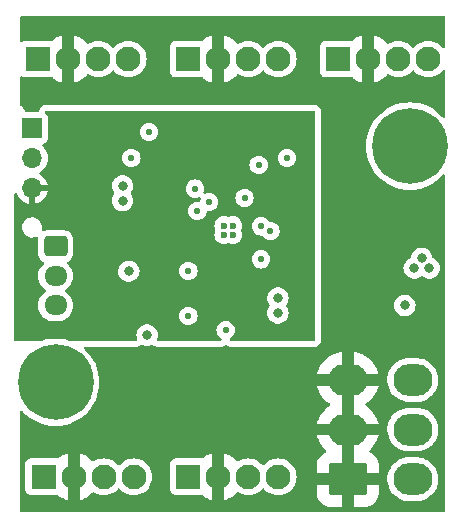
<source format=gbr>
%TF.GenerationSoftware,KiCad,Pcbnew,7.0.8*%
%TF.CreationDate,2024-01-22T00:16:33-08:00*%
%TF.ProjectId,PWMGen R1,50574d47-656e-4205-9231-2e6b69636164,rev?*%
%TF.SameCoordinates,Original*%
%TF.FileFunction,Copper,L2,Inr*%
%TF.FilePolarity,Positive*%
%FSLAX46Y46*%
G04 Gerber Fmt 4.6, Leading zero omitted, Abs format (unit mm)*
G04 Created by KiCad (PCBNEW 7.0.8) date 2024-01-22 00:16:33*
%MOMM*%
%LPD*%
G01*
G04 APERTURE LIST*
G04 Aperture macros list*
%AMRoundRect*
0 Rectangle with rounded corners*
0 $1 Rounding radius*
0 $2 $3 $4 $5 $6 $7 $8 $9 X,Y pos of 4 corners*
0 Add a 4 corners polygon primitive as box body*
4,1,4,$2,$3,$4,$5,$6,$7,$8,$9,$2,$3,0*
0 Add four circle primitives for the rounded corners*
1,1,$1+$1,$2,$3*
1,1,$1+$1,$4,$5*
1,1,$1+$1,$6,$7*
1,1,$1+$1,$8,$9*
0 Add four rect primitives between the rounded corners*
20,1,$1+$1,$2,$3,$4,$5,0*
20,1,$1+$1,$4,$5,$6,$7,0*
20,1,$1+$1,$6,$7,$8,$9,0*
20,1,$1+$1,$8,$9,$2,$3,0*%
G04 Aperture macros list end*
%TA.AperFunction,ComponentPad*%
%ADD10R,1.700000X1.700000*%
%TD*%
%TA.AperFunction,ComponentPad*%
%ADD11O,1.700000X1.700000*%
%TD*%
%TA.AperFunction,ComponentPad*%
%ADD12R,2.100000X2.100000*%
%TD*%
%TA.AperFunction,ComponentPad*%
%ADD13C,2.100000*%
%TD*%
%TA.AperFunction,ComponentPad*%
%ADD14C,0.800000*%
%TD*%
%TA.AperFunction,ComponentPad*%
%ADD15C,6.400000*%
%TD*%
%TA.AperFunction,ComponentPad*%
%ADD16RoundRect,0.250001X1.399999X-1.099999X1.399999X1.099999X-1.399999X1.099999X-1.399999X-1.099999X0*%
%TD*%
%TA.AperFunction,ComponentPad*%
%ADD17O,3.300000X2.700000*%
%TD*%
%TA.AperFunction,ComponentPad*%
%ADD18RoundRect,0.250000X-0.725000X0.600000X-0.725000X-0.600000X0.725000X-0.600000X0.725000X0.600000X0*%
%TD*%
%TA.AperFunction,ComponentPad*%
%ADD19O,1.950000X1.700000*%
%TD*%
%TA.AperFunction,ViaPad*%
%ADD20C,0.600000*%
%TD*%
%TA.AperFunction,ViaPad*%
%ADD21C,0.800000*%
%TD*%
%TA.AperFunction,ViaPad*%
%ADD22C,0.550000*%
%TD*%
G04 APERTURE END LIST*
D10*
%TO.N,GND*%
%TO.C,P6*%
X-133801100Y157578600D03*
D11*
%TO.N,/UPDI{slash}~{RESET}*%
X-133801100Y155038600D03*
%TO.N,5V*%
X-133801100Y152498600D03*
%TD*%
D12*
%TO.N,GND*%
%TO.C,J1*%
X-132801100Y128053600D03*
D13*
%TO.N,12V*%
X-130261100Y128053600D03*
%TO.N,/Tach4*%
X-127721100Y128053600D03*
%TO.N,/PWM_OUT4*%
X-125181100Y128053600D03*
%TD*%
D14*
%TO.N,N/C*%
%TO.C,H1*%
X-134201100Y136053600D03*
X-133498156Y137750656D03*
X-133498156Y134356544D03*
X-131801100Y138453600D03*
D15*
X-131801100Y136053600D03*
D14*
X-131801100Y133653600D03*
X-130104044Y137750656D03*
X-130104044Y134356544D03*
X-129401100Y136053600D03*
%TD*%
%TO.N,N/C*%
%TO.C,H2*%
X-104201100Y156053600D03*
X-103498156Y157750656D03*
X-103498156Y154356544D03*
X-101801100Y158453600D03*
D15*
X-101801100Y156053600D03*
D14*
X-101801100Y153653600D03*
X-100104044Y157750656D03*
X-100104044Y154356544D03*
X-99401100Y156053600D03*
%TD*%
D16*
%TO.N,12V*%
%TO.C,J2*%
X-107051100Y127853600D03*
D17*
X-107051100Y132053600D03*
X-107051100Y136253600D03*
%TO.N,GND*%
X-101551100Y127853600D03*
X-101551100Y132053600D03*
X-101551100Y136253600D03*
%TD*%
D12*
%TO.N,GND*%
%TO.C,J3*%
X-120561100Y128053600D03*
D13*
%TO.N,12V*%
X-118021100Y128053600D03*
%TO.N,/Tach5*%
X-115481100Y128053600D03*
%TO.N,/PWM_OUT5*%
X-112941100Y128053600D03*
%TD*%
D12*
%TO.N,GND*%
%TO.C,J5*%
X-120561100Y163423600D03*
D13*
%TO.N,12V*%
X-118021100Y163423600D03*
%TO.N,/Tach2*%
X-115481100Y163423600D03*
%TO.N,/PWM_OUT2*%
X-112941100Y163423600D03*
%TD*%
D12*
%TO.N,GND*%
%TO.C,J6*%
X-107861100Y163423600D03*
D13*
%TO.N,12V*%
X-105321100Y163423600D03*
%TO.N,/Tach3*%
X-102781100Y163423600D03*
%TO.N,/PWM_OUT3*%
X-100241100Y163423600D03*
%TD*%
D18*
%TO.N,GND*%
%TO.C,P1*%
X-131801100Y147553600D03*
D19*
%TO.N,Net-(U3-A)*%
X-131801100Y145053600D03*
%TO.N,Net-(U3-B)*%
X-131801100Y142553600D03*
%TD*%
D12*
%TO.N,GND*%
%TO.C,J4*%
X-133261100Y163423600D03*
D13*
%TO.N,12V*%
X-130721100Y163423600D03*
%TO.N,/Tach1*%
X-128181100Y163423600D03*
%TO.N,/PWM_OUT1*%
X-125641100Y163423600D03*
%TD*%
D20*
%TO.N,GND*%
X-116801100Y148553600D03*
D21*
X-126128600Y152688600D03*
D20*
X-117551100Y149303600D03*
X-116801100Y149303600D03*
D21*
X-100801100Y146553600D03*
X-100166100Y145728600D03*
X-126128600Y151418600D03*
X-101436100Y145728600D03*
X-112976100Y141918600D03*
X-125596100Y145458600D03*
X-102228600Y142553600D03*
X-112976100Y143188600D03*
X-124046100Y140053600D03*
D20*
X-117551100Y148553600D03*
D21*
%TO.N,12V*%
X-100801100Y139808600D03*
X-103663600Y140191100D03*
%TO.N,5V*%
X-110301100Y146553600D03*
X-128956100Y141648600D03*
X-112301100Y140053600D03*
X-131571100Y151533600D03*
X-117301100Y155803600D03*
X-129301100Y155953600D03*
D20*
X-122801100Y148803600D03*
D21*
X-110801100Y155803600D03*
X-115301100Y140153600D03*
X-111301100Y140053600D03*
X-131571100Y152553600D03*
X-110301100Y140053600D03*
X-122551100Y140053600D03*
D22*
%TO.N,/RXD*%
X-119801100Y150553600D03*
X-120551100Y141648600D03*
%TO.N,/TXD*%
X-118801100Y151303600D03*
X-120551100Y145458600D03*
%TO.N,Net-(U1-PC1)*%
X-115801100Y151653600D03*
X-123876100Y157228600D03*
%TO.N,/UPDI{slash}~{RESET}*%
X-125386100Y155038600D03*
X-120001100Y152453600D03*
%TO.N,Net-(U1-PB1)*%
X-114401100Y149253600D03*
X-114401100Y146453600D03*
%TO.N,Net-(U1-PB2{slash}TOSC2)*%
X-113601100Y148853600D03*
X-117401100Y140453600D03*
%TO.N,Net-(U1-PC2)*%
X-112201100Y155053600D03*
X-114601100Y154453600D03*
%TD*%
%TA.AperFunction,Conductor*%
%TO.N,5V*%
G36*
X-109858061Y159033915D02*
G01*
X-109812306Y158981111D01*
X-109801100Y158929600D01*
X-109801100Y139677600D01*
X-109820785Y139610561D01*
X-109873589Y139564806D01*
X-109925100Y139553600D01*
X-116945410Y139553600D01*
X-117012449Y139573285D01*
X-117058204Y139626089D01*
X-117068148Y139695247D01*
X-117039123Y139758803D01*
X-117011384Y139782592D01*
X-116914524Y139843453D01*
X-116790953Y139967024D01*
X-116697978Y140114994D01*
X-116640259Y140279943D01*
X-116620693Y140453600D01*
X-116640259Y140627257D01*
X-116697978Y140792206D01*
X-116790953Y140940176D01*
X-116914524Y141063747D01*
X-117062494Y141156722D01*
X-117227443Y141214441D01*
X-117232696Y141215032D01*
X-117401096Y141234007D01*
X-117401104Y141234007D01*
X-117574749Y141214442D01*
X-117574751Y141214441D01*
X-117574757Y141214441D01*
X-117739706Y141156722D01*
X-117887676Y141063747D01*
X-118011247Y140940176D01*
X-118056476Y140868193D01*
X-118104223Y140792204D01*
X-118161941Y140627258D01*
X-118161943Y140627248D01*
X-118181507Y140453603D01*
X-118181507Y140453596D01*
X-118161943Y140279951D01*
X-118161941Y140279941D01*
X-118104223Y140114995D01*
X-118011247Y139967023D01*
X-117887677Y139843453D01*
X-117831144Y139807931D01*
X-117790818Y139782592D01*
X-117744527Y139730260D01*
X-117733878Y139661206D01*
X-117762253Y139597358D01*
X-117820643Y139558986D01*
X-117856790Y139553600D01*
X-123091046Y139553600D01*
X-123158085Y139573285D01*
X-123203840Y139626089D01*
X-123213784Y139695247D01*
X-123208977Y139715918D01*
X-123167539Y139843453D01*
X-123160426Y139865344D01*
X-123140640Y140053600D01*
X-123160426Y140241856D01*
X-123218921Y140421884D01*
X-123313567Y140585816D01*
X-123440229Y140726488D01*
X-123593370Y140837751D01*
X-123766297Y140914744D01*
X-123951454Y140954100D01*
X-124140746Y140954100D01*
X-124325903Y140914744D01*
X-124325908Y140914742D01*
X-124498830Y140837751D01*
X-124498835Y140837748D01*
X-124651971Y140726488D01*
X-124778633Y140585816D01*
X-124778634Y140585814D01*
X-124873279Y140421884D01*
X-124873282Y140421877D01*
X-124919396Y140279951D01*
X-124931774Y140241856D01*
X-124951560Y140053600D01*
X-124931774Y139865344D01*
X-124931774Y139865341D01*
X-124931773Y139865340D01*
X-124883223Y139715918D01*
X-124881228Y139646077D01*
X-124917309Y139586244D01*
X-124980010Y139555416D01*
X-125001154Y139553600D01*
X-130569951Y139553600D01*
X-130614389Y139561836D01*
X-130644215Y139573285D01*
X-130656013Y139577814D01*
X-131030667Y139678202D01*
X-131413762Y139738878D01*
X-131780799Y139758114D01*
X-131801099Y139759178D01*
X-131801101Y139759178D01*
X-131822524Y139758055D01*
X-132188438Y139738878D01*
X-132571533Y139678202D01*
X-132946187Y139577814D01*
X-132946195Y139577811D01*
X-132987811Y139561836D01*
X-133032249Y139553600D01*
X-135177100Y139553600D01*
X-135244139Y139573285D01*
X-135289894Y139626089D01*
X-135301100Y139677600D01*
X-135301100Y149199914D01*
X-134655360Y149199914D01*
X-134645345Y149015193D01*
X-134645345Y149015188D01*
X-134595856Y148836943D01*
X-134595853Y148836937D01*
X-134509202Y148673497D01*
X-134389438Y148532500D01*
X-134242164Y148420546D01*
X-134074268Y148342868D01*
X-134074264Y148342866D01*
X-133893598Y148303100D01*
X-133893597Y148303100D01*
X-133754984Y148303100D01*
X-133617189Y148318086D01*
X-133504213Y148356153D01*
X-133441879Y148377156D01*
X-133441878Y148377156D01*
X-133435508Y148379303D01*
X-133434579Y148376543D01*
X-133378152Y148384904D01*
X-133314472Y148356153D01*
X-133276445Y148297538D01*
X-133271913Y148249488D01*
X-133276600Y148203616D01*
X-133276600Y146903598D01*
X-133276599Y146903581D01*
X-133266100Y146800803D01*
X-133266099Y146800800D01*
X-133210915Y146634268D01*
X-133210913Y146634263D01*
X-133118811Y146484942D01*
X-132994758Y146360889D01*
X-132839979Y146265421D01*
X-132793255Y146213473D01*
X-132782032Y146144510D01*
X-132809876Y146080428D01*
X-132817395Y146072201D01*
X-132964594Y145925002D01*
X-132964599Y145924995D01*
X-133100133Y145731434D01*
X-133100135Y145731430D01*
X-133200003Y145517263D01*
X-133200004Y145517259D01*
X-133200006Y145517255D01*
X-133261162Y145289013D01*
X-133261164Y145289003D01*
X-133281759Y145053600D01*
X-133281759Y145053599D01*
X-133261164Y144818196D01*
X-133261162Y144818186D01*
X-133200006Y144589944D01*
X-133200002Y144589935D01*
X-133100136Y144375771D01*
X-133100135Y144375769D01*
X-132964595Y144182197D01*
X-132797503Y144015105D01*
X-132640505Y143905175D01*
X-132596880Y143850598D01*
X-132589686Y143781100D01*
X-132621209Y143718745D01*
X-132640505Y143702025D01*
X-132797503Y143592094D01*
X-132964594Y143425002D01*
X-132964599Y143424995D01*
X-133100133Y143231434D01*
X-133100135Y143231430D01*
X-133200003Y143017263D01*
X-133200004Y143017259D01*
X-133200006Y143017255D01*
X-133261162Y142789013D01*
X-133261164Y142789003D01*
X-133281759Y142553600D01*
X-133281759Y142553599D01*
X-133261164Y142318196D01*
X-133261162Y142318186D01*
X-133200006Y142089944D01*
X-133200002Y142089935D01*
X-133100136Y141875771D01*
X-133100135Y141875769D01*
X-132964595Y141682197D01*
X-132797503Y141515105D01*
X-132603931Y141379565D01*
X-132603929Y141379564D01*
X-132389765Y141279698D01*
X-132389756Y141279694D01*
X-132161514Y141218538D01*
X-132161504Y141218536D01*
X-131985066Y141203100D01*
X-131617134Y141203100D01*
X-131440697Y141218536D01*
X-131440687Y141218538D01*
X-131212445Y141279694D01*
X-131212441Y141279696D01*
X-131212437Y141279697D01*
X-131105354Y141329631D01*
X-130998272Y141379564D01*
X-130998270Y141379565D01*
X-130804698Y141515105D01*
X-130671208Y141648596D01*
X-121331507Y141648596D01*
X-121311943Y141474951D01*
X-121311941Y141474941D01*
X-121254223Y141309995D01*
X-121161247Y141162023D01*
X-121037677Y141038453D01*
X-120889705Y140945477D01*
X-120724759Y140887759D01*
X-120724749Y140887757D01*
X-120551104Y140868193D01*
X-120551100Y140868193D01*
X-120551096Y140868193D01*
X-120377452Y140887757D01*
X-120377442Y140887759D01*
X-120212496Y140945477D01*
X-120064524Y141038453D01*
X-119940954Y141162023D01*
X-119940953Y141162024D01*
X-119847978Y141309994D01*
X-119790259Y141474943D01*
X-119781767Y141550315D01*
X-119770693Y141648596D01*
X-119770693Y141648603D01*
X-119790258Y141822248D01*
X-119790259Y141822257D01*
X-119823971Y141918600D01*
X-113881560Y141918600D01*
X-113861774Y141730344D01*
X-113861774Y141730341D01*
X-113861773Y141730340D01*
X-113803282Y141550322D01*
X-113803279Y141550315D01*
X-113708634Y141386385D01*
X-113581971Y141245711D01*
X-113428835Y141134451D01*
X-113428830Y141134448D01*
X-113255908Y141057457D01*
X-113255903Y141057455D01*
X-113103203Y141024998D01*
X-113070746Y141018100D01*
X-113070745Y141018100D01*
X-112881455Y141018100D01*
X-112881454Y141018100D01*
X-112842099Y141026465D01*
X-112696298Y141057455D01*
X-112696293Y141057457D01*
X-112523371Y141134448D01*
X-112523366Y141134451D01*
X-112370230Y141245711D01*
X-112370229Y141245712D01*
X-112243567Y141386384D01*
X-112148921Y141550316D01*
X-112090426Y141730344D01*
X-112070640Y141918600D01*
X-112090426Y142106856D01*
X-112148921Y142286884D01*
X-112243567Y142450816D01*
X-112261407Y142470628D01*
X-112291636Y142533619D01*
X-112283011Y142602954D01*
X-112261406Y142636572D01*
X-112243567Y142656384D01*
X-112148921Y142820316D01*
X-112090426Y143000344D01*
X-112070640Y143188600D01*
X-112090426Y143376856D01*
X-112148921Y143556884D01*
X-112243567Y143720816D01*
X-112370229Y143861488D01*
X-112523370Y143972751D01*
X-112696297Y144049744D01*
X-112881454Y144089100D01*
X-113070746Y144089100D01*
X-113255903Y144049744D01*
X-113255908Y144049742D01*
X-113428830Y143972751D01*
X-113428835Y143972748D01*
X-113521841Y143905175D01*
X-113581971Y143861488D01*
X-113708633Y143720816D01*
X-113708634Y143720814D01*
X-113803279Y143556884D01*
X-113803282Y143556877D01*
X-113846130Y143425002D01*
X-113861774Y143376856D01*
X-113881560Y143188600D01*
X-113861774Y143000344D01*
X-113861774Y143000341D01*
X-113861773Y143000340D01*
X-113803282Y142820322D01*
X-113803279Y142820315D01*
X-113708634Y142656385D01*
X-113690793Y142636570D01*
X-113660565Y142573578D01*
X-113669191Y142504243D01*
X-113690793Y142470630D01*
X-113698294Y142462299D01*
X-113708633Y142450816D01*
X-113708634Y142450814D01*
X-113803279Y142286884D01*
X-113803282Y142286877D01*
X-113812422Y142258746D01*
X-113861774Y142106856D01*
X-113881560Y141918600D01*
X-119823971Y141918600D01*
X-119847978Y141987206D01*
X-119940953Y142135176D01*
X-120064524Y142258747D01*
X-120212494Y142351722D01*
X-120377443Y142409441D01*
X-120382696Y142410032D01*
X-120551096Y142429007D01*
X-120551104Y142429007D01*
X-120724749Y142409442D01*
X-120724751Y142409441D01*
X-120724757Y142409441D01*
X-120889706Y142351722D01*
X-121037676Y142258747D01*
X-121037677Y142258746D01*
X-121161247Y142135176D01*
X-121254223Y141987204D01*
X-121311941Y141822258D01*
X-121311943Y141822248D01*
X-121331507Y141648603D01*
X-121331507Y141648596D01*
X-130671208Y141648596D01*
X-130637607Y141682197D01*
X-130637605Y141682199D01*
X-130569835Y141778984D01*
X-130502068Y141875765D01*
X-130502066Y141875769D01*
X-130502065Y141875770D01*
X-130402197Y142089937D01*
X-130341037Y142318192D01*
X-130320441Y142553600D01*
X-130341037Y142789008D01*
X-130402197Y143017263D01*
X-130502065Y143231429D01*
X-130637605Y143425001D01*
X-130804699Y143592095D01*
X-130961699Y143702026D01*
X-131005322Y143756601D01*
X-131012516Y143826100D01*
X-130980994Y143888455D01*
X-130961702Y143905171D01*
X-130860913Y143975744D01*
X-130804697Y144015106D01*
X-130637607Y144182197D01*
X-130637605Y144182199D01*
X-130569835Y144278984D01*
X-130502068Y144375765D01*
X-130502066Y144375769D01*
X-130502065Y144375770D01*
X-130402197Y144589937D01*
X-130400182Y144597455D01*
X-130341039Y144818186D01*
X-130341037Y144818192D01*
X-130320441Y145053600D01*
X-130341037Y145289008D01*
X-130386478Y145458600D01*
X-126501560Y145458600D01*
X-126481774Y145270344D01*
X-126481774Y145270341D01*
X-126481773Y145270340D01*
X-126423282Y145090322D01*
X-126423279Y145090315D01*
X-126328634Y144926385D01*
X-126201971Y144785711D01*
X-126048835Y144674451D01*
X-126048830Y144674448D01*
X-125875908Y144597457D01*
X-125875903Y144597455D01*
X-125723203Y144564998D01*
X-125690746Y144558100D01*
X-125690745Y144558100D01*
X-125501455Y144558100D01*
X-125501454Y144558100D01*
X-125462099Y144566465D01*
X-125316298Y144597455D01*
X-125316293Y144597457D01*
X-125143371Y144674448D01*
X-125143366Y144674451D01*
X-124990230Y144785711D01*
X-124933737Y144848453D01*
X-124863567Y144926384D01*
X-124768921Y145090316D01*
X-124710426Y145270344D01*
X-124690640Y145458596D01*
X-121331507Y145458596D01*
X-121311943Y145284951D01*
X-121311941Y145284941D01*
X-121254223Y145119995D01*
X-121161247Y144972023D01*
X-121037677Y144848453D01*
X-120889705Y144755477D01*
X-120724759Y144697759D01*
X-120724749Y144697757D01*
X-120551104Y144678193D01*
X-120551100Y144678193D01*
X-120551096Y144678193D01*
X-120377452Y144697757D01*
X-120377442Y144697759D01*
X-120212496Y144755477D01*
X-120164376Y144785712D01*
X-120064524Y144848453D01*
X-119940953Y144972024D01*
X-119847978Y145119994D01*
X-119790259Y145284943D01*
X-119790258Y145284951D01*
X-119770693Y145458596D01*
X-119770693Y145458603D01*
X-119790258Y145632248D01*
X-119790259Y145632257D01*
X-119847978Y145797206D01*
X-119940953Y145945176D01*
X-120064524Y146068747D01*
X-120212494Y146161722D01*
X-120377443Y146219441D01*
X-120382696Y146220032D01*
X-120551096Y146239007D01*
X-120551104Y146239007D01*
X-120724749Y146219442D01*
X-120724751Y146219441D01*
X-120724757Y146219441D01*
X-120889706Y146161722D01*
X-121037676Y146068747D01*
X-121161247Y145945176D01*
X-121235578Y145826877D01*
X-121254223Y145797204D01*
X-121311941Y145632258D01*
X-121311943Y145632248D01*
X-121331507Y145458603D01*
X-121331507Y145458596D01*
X-124690640Y145458596D01*
X-124690640Y145458600D01*
X-124710426Y145646856D01*
X-124768921Y145826884D01*
X-124863567Y145990816D01*
X-124990229Y146131488D01*
X-125143370Y146242751D01*
X-125316297Y146319744D01*
X-125501454Y146359100D01*
X-125690746Y146359100D01*
X-125875903Y146319744D01*
X-125875908Y146319742D01*
X-126048830Y146242751D01*
X-126048835Y146242748D01*
X-126184048Y146144510D01*
X-126201971Y146131488D01*
X-126328633Y145990816D01*
X-126328634Y145990814D01*
X-126423279Y145826884D01*
X-126423282Y145826877D01*
X-126454295Y145731428D01*
X-126481774Y145646856D01*
X-126501560Y145458600D01*
X-130386478Y145458600D01*
X-130402197Y145517263D01*
X-130502065Y145731429D01*
X-130637605Y145925001D01*
X-130784807Y146072202D01*
X-130818290Y146133524D01*
X-130813306Y146203215D01*
X-130771435Y146259149D01*
X-130762221Y146265421D01*
X-130674153Y146319742D01*
X-130607444Y146360888D01*
X-130514736Y146453596D01*
X-115181507Y146453596D01*
X-115161943Y146279951D01*
X-115161941Y146279941D01*
X-115104223Y146114995D01*
X-115011247Y145967023D01*
X-114887677Y145843453D01*
X-114739705Y145750477D01*
X-114574759Y145692759D01*
X-114574749Y145692757D01*
X-114401104Y145673193D01*
X-114401100Y145673193D01*
X-114401096Y145673193D01*
X-114227452Y145692757D01*
X-114227442Y145692759D01*
X-114062496Y145750477D01*
X-113988129Y145797204D01*
X-113914524Y145843453D01*
X-113790953Y145967024D01*
X-113697978Y146114994D01*
X-113640259Y146279943D01*
X-113635775Y146319742D01*
X-113620693Y146453596D01*
X-113620693Y146453603D01*
X-113640258Y146627248D01*
X-113640259Y146627257D01*
X-113697978Y146792206D01*
X-113790953Y146940176D01*
X-113914524Y147063747D01*
X-114062494Y147156722D01*
X-114227443Y147214441D01*
X-114232696Y147215032D01*
X-114401096Y147234007D01*
X-114401104Y147234007D01*
X-114574749Y147214442D01*
X-114574751Y147214441D01*
X-114574757Y147214441D01*
X-114739706Y147156722D01*
X-114887676Y147063747D01*
X-115011247Y146940176D01*
X-115098819Y146800804D01*
X-115104223Y146792204D01*
X-115161941Y146627258D01*
X-115161943Y146627248D01*
X-115181507Y146453603D01*
X-115181507Y146453596D01*
X-130514736Y146453596D01*
X-130483388Y146484944D01*
X-130391286Y146634266D01*
X-130336101Y146800803D01*
X-130325600Y146903591D01*
X-130325601Y148203608D01*
X-130336101Y148306397D01*
X-130391286Y148472934D01*
X-130441038Y148553596D01*
X-118356665Y148553596D01*
X-118336470Y148374350D01*
X-118336469Y148374345D01*
X-118276889Y148204076D01*
X-118180916Y148051337D01*
X-118053363Y147923784D01*
X-117900624Y147827811D01*
X-117730355Y147768231D01*
X-117730350Y147768230D01*
X-117551104Y147748035D01*
X-117551100Y147748035D01*
X-117551096Y147748035D01*
X-117371851Y147768230D01*
X-117371843Y147768232D01*
X-117217054Y147822395D01*
X-117147276Y147825956D01*
X-117135146Y147822395D01*
X-116980358Y147768232D01*
X-116980350Y147768230D01*
X-116801104Y147748035D01*
X-116801100Y147748035D01*
X-116801096Y147748035D01*
X-116621851Y147768230D01*
X-116621846Y147768231D01*
X-116451577Y147827811D01*
X-116298838Y147923784D01*
X-116171285Y148051337D01*
X-116145257Y148092759D01*
X-116108990Y148150478D01*
X-116075312Y148204076D01*
X-116059421Y148249488D01*
X-116015732Y148374345D01*
X-116014542Y148384904D01*
X-115995535Y148553596D01*
X-115995535Y148553603D01*
X-116015731Y148732849D01*
X-116015734Y148732862D01*
X-116069895Y148887645D01*
X-116073457Y148957424D01*
X-116069895Y148969555D01*
X-116015734Y149124337D01*
X-116015731Y149124350D01*
X-116001169Y149253596D01*
X-115181507Y149253596D01*
X-115161943Y149079951D01*
X-115161941Y149079941D01*
X-115104223Y148914995D01*
X-115011247Y148767023D01*
X-114887677Y148643453D01*
X-114739705Y148550477D01*
X-114574759Y148492759D01*
X-114574749Y148492757D01*
X-114401104Y148473193D01*
X-114401100Y148473193D01*
X-114401096Y148473193D01*
X-114363523Y148477426D01*
X-114294701Y148465371D01*
X-114244648Y148420180D01*
X-114211246Y148367022D01*
X-114087677Y148243453D01*
X-113939705Y148150477D01*
X-113774759Y148092759D01*
X-113774749Y148092757D01*
X-113601104Y148073193D01*
X-113601100Y148073193D01*
X-113601096Y148073193D01*
X-113427452Y148092757D01*
X-113427442Y148092759D01*
X-113262496Y148150477D01*
X-113177937Y148203608D01*
X-113114524Y148243453D01*
X-112990953Y148367024D01*
X-112897978Y148514994D01*
X-112840259Y148679943D01*
X-112834297Y148732857D01*
X-112820693Y148853596D01*
X-112820693Y148853603D01*
X-112840258Y149027248D01*
X-112840259Y149027257D01*
X-112897978Y149192206D01*
X-112990953Y149340176D01*
X-113114524Y149463747D01*
X-113262494Y149556722D01*
X-113427443Y149614441D01*
X-113427451Y149614441D01*
X-113427451Y149614442D01*
X-113601097Y149634007D01*
X-113601101Y149634007D01*
X-113623624Y149631469D01*
X-113638677Y149629773D01*
X-113707498Y149641827D01*
X-113757555Y149687021D01*
X-113790953Y149740176D01*
X-113914524Y149863747D01*
X-114062494Y149956722D01*
X-114227443Y150014441D01*
X-114232696Y150015032D01*
X-114401096Y150034007D01*
X-114401104Y150034007D01*
X-114574749Y150014442D01*
X-114574751Y150014441D01*
X-114574757Y150014441D01*
X-114739706Y149956722D01*
X-114887676Y149863747D01*
X-115011247Y149740176D01*
X-115090251Y149614440D01*
X-115104223Y149592204D01*
X-115161941Y149427258D01*
X-115161943Y149427248D01*
X-115181507Y149253603D01*
X-115181507Y149253596D01*
X-116001169Y149253596D01*
X-115995535Y149303596D01*
X-115995535Y149303603D01*
X-116015731Y149482849D01*
X-116015732Y149482854D01*
X-116040740Y149554323D01*
X-116075311Y149653122D01*
X-116171284Y149805862D01*
X-116298838Y149933416D01*
X-116451578Y150029389D01*
X-116621845Y150088968D01*
X-116621848Y150088968D01*
X-116621851Y150088969D01*
X-116801096Y150109165D01*
X-116801104Y150109165D01*
X-116980350Y150088969D01*
X-116980354Y150088968D01*
X-116980355Y150088968D01*
X-116980357Y150088967D01*
X-116980363Y150088966D01*
X-117135145Y150034805D01*
X-117204924Y150031243D01*
X-117217055Y150034805D01*
X-117371838Y150088966D01*
X-117371842Y150088966D01*
X-117371845Y150088968D01*
X-117371849Y150088968D01*
X-117371851Y150088969D01*
X-117551096Y150109165D01*
X-117551104Y150109165D01*
X-117730350Y150088969D01*
X-117730355Y150088968D01*
X-117900622Y150029389D01*
X-118053362Y149933416D01*
X-118053363Y149933415D01*
X-118180916Y149805862D01*
X-118276889Y149653123D01*
X-118336469Y149482854D01*
X-118336470Y149482849D01*
X-118356665Y149303603D01*
X-118356665Y149303596D01*
X-118336470Y149124350D01*
X-118336468Y149124342D01*
X-118282305Y148969554D01*
X-118278744Y148899776D01*
X-118282305Y148887646D01*
X-118336468Y148732857D01*
X-118336470Y148732849D01*
X-118356665Y148553603D01*
X-118356665Y148553596D01*
X-130441038Y148553596D01*
X-130483388Y148622256D01*
X-130607444Y148746312D01*
X-130756766Y148838414D01*
X-130923303Y148893599D01*
X-131026091Y148904100D01*
X-132576108Y148904099D01*
X-132576117Y148904098D01*
X-132576119Y148904098D01*
X-132618428Y148899776D01*
X-132678897Y148893599D01*
X-132804755Y148851893D01*
X-132874581Y148849492D01*
X-132934623Y148885224D01*
X-132965816Y148947744D01*
X-132966123Y148989661D01*
X-132946840Y149107283D01*
X-132947765Y149124350D01*
X-132956855Y149292007D01*
X-132960074Y149303600D01*
X-133006345Y149470256D01*
X-133006346Y149470256D01*
X-133006346Y149470259D01*
X-133093000Y149633704D01*
X-133212763Y149774700D01*
X-133360036Y149886654D01*
X-133527933Y149964332D01*
X-133527937Y149964332D01*
X-133527937Y149964333D01*
X-133547229Y149968579D01*
X-133708603Y150004100D01*
X-133847213Y150004100D01*
X-133985010Y149989114D01*
X-134160321Y149930044D01*
X-134318836Y149834670D01*
X-134318838Y149834668D01*
X-134318839Y149834667D01*
X-134453141Y149707450D01*
X-134489975Y149653123D01*
X-134556958Y149554330D01*
X-134556960Y149554327D01*
X-134556962Y149554323D01*
X-134625431Y149382477D01*
X-134625431Y149382475D01*
X-134646559Y149253596D01*
X-134655360Y149199914D01*
X-135301100Y149199914D01*
X-135301100Y151961660D01*
X-135281415Y152028699D01*
X-135228611Y152074454D01*
X-135159453Y152084398D01*
X-135095897Y152055373D01*
X-135064718Y152014065D01*
X-134974701Y151821021D01*
X-134839206Y151627517D01*
X-134672183Y151460494D01*
X-134478679Y151324999D01*
X-134264593Y151225170D01*
X-134264587Y151225167D01*
X-134051101Y151167964D01*
X-134051100Y151167964D01*
X-134051100Y152063098D01*
X-133943415Y152013920D01*
X-133836863Y151998600D01*
X-133765337Y151998600D01*
X-133658785Y152013920D01*
X-133551100Y152063098D01*
X-133551100Y151167964D01*
X-133337614Y151225167D01*
X-133337608Y151225170D01*
X-133123522Y151324999D01*
X-132989848Y151418600D01*
X-127034060Y151418600D01*
X-127014274Y151230344D01*
X-127014274Y151230341D01*
X-127014273Y151230340D01*
X-126955782Y151050322D01*
X-126955779Y151050315D01*
X-126861134Y150886385D01*
X-126734471Y150745711D01*
X-126581335Y150634451D01*
X-126581330Y150634448D01*
X-126408408Y150557457D01*
X-126408403Y150557455D01*
X-126273365Y150528753D01*
X-126223246Y150518100D01*
X-126223245Y150518100D01*
X-126033955Y150518100D01*
X-126033954Y150518100D01*
X-125958580Y150534121D01*
X-125848798Y150557455D01*
X-125848793Y150557457D01*
X-125675871Y150634448D01*
X-125675866Y150634451D01*
X-125522730Y150745711D01*
X-125522729Y150745712D01*
X-125396067Y150886384D01*
X-125301421Y151050316D01*
X-125242926Y151230344D01*
X-125223140Y151418600D01*
X-125242926Y151606856D01*
X-125301421Y151786884D01*
X-125396067Y151950816D01*
X-125413907Y151970628D01*
X-125444136Y152033619D01*
X-125435511Y152102954D01*
X-125413906Y152136572D01*
X-125410661Y152140176D01*
X-125396067Y152156384D01*
X-125301421Y152320316D01*
X-125258115Y152453596D01*
X-120781507Y152453596D01*
X-120761943Y152279951D01*
X-120761941Y152279941D01*
X-120704223Y152114995D01*
X-120611247Y151967023D01*
X-120487677Y151843453D01*
X-120339705Y151750477D01*
X-120174759Y151692759D01*
X-120174749Y151692757D01*
X-120001104Y151673193D01*
X-120001100Y151673193D01*
X-120001096Y151673193D01*
X-119827452Y151692757D01*
X-119827442Y151692759D01*
X-119682007Y151743650D01*
X-119612228Y151747212D01*
X-119551601Y151712484D01*
X-119519373Y151650491D01*
X-119524011Y151585654D01*
X-119561941Y151477259D01*
X-119561943Y151477248D01*
X-119566994Y151432415D01*
X-119594060Y151368001D01*
X-119651655Y151328446D01*
X-119704097Y151323078D01*
X-119801096Y151334007D01*
X-119801104Y151334007D01*
X-119974749Y151314442D01*
X-119974751Y151314441D01*
X-119974757Y151314441D01*
X-120139706Y151256722D01*
X-120287676Y151163747D01*
X-120411247Y151040176D01*
X-120503874Y150892759D01*
X-120504223Y150892204D01*
X-120561941Y150727258D01*
X-120561943Y150727248D01*
X-120581507Y150553603D01*
X-120581507Y150553596D01*
X-120561943Y150379951D01*
X-120561941Y150379941D01*
X-120504223Y150214995D01*
X-120411247Y150067023D01*
X-120287677Y149943453D01*
X-120139705Y149850477D01*
X-119974759Y149792759D01*
X-119974749Y149792757D01*
X-119801104Y149773193D01*
X-119801100Y149773193D01*
X-119801096Y149773193D01*
X-119627452Y149792757D01*
X-119627442Y149792759D01*
X-119462496Y149850477D01*
X-119441376Y149863747D01*
X-119314524Y149943453D01*
X-119190953Y150067024D01*
X-119097978Y150214994D01*
X-119040259Y150379943D01*
X-119035207Y150424785D01*
X-119008142Y150489197D01*
X-118950548Y150528753D01*
X-118898105Y150534121D01*
X-118801105Y150523193D01*
X-118801100Y150523193D01*
X-118801096Y150523193D01*
X-118627452Y150542757D01*
X-118627442Y150542759D01*
X-118462496Y150600477D01*
X-118314524Y150693453D01*
X-118190954Y150817023D01*
X-118143715Y150892204D01*
X-118097978Y150964994D01*
X-118040259Y151129943D01*
X-118029530Y151225167D01*
X-118020693Y151303596D01*
X-118020693Y151303603D01*
X-118040258Y151477248D01*
X-118040259Y151477257D01*
X-118097978Y151642206D01*
X-118105135Y151653596D01*
X-116581507Y151653596D01*
X-116561943Y151479951D01*
X-116561941Y151479941D01*
X-116504223Y151314995D01*
X-116411247Y151167023D01*
X-116287677Y151043453D01*
X-116139705Y150950477D01*
X-115974759Y150892759D01*
X-115974749Y150892757D01*
X-115801104Y150873193D01*
X-115801100Y150873193D01*
X-115801096Y150873193D01*
X-115627452Y150892757D01*
X-115627442Y150892759D01*
X-115462496Y150950477D01*
X-115314524Y151043453D01*
X-115190954Y151167023D01*
X-115190953Y151167024D01*
X-115097978Y151314994D01*
X-115040259Y151479943D01*
X-115040258Y151479951D01*
X-115020693Y151653596D01*
X-115020693Y151653603D01*
X-115040258Y151827248D01*
X-115040259Y151827257D01*
X-115097978Y151992206D01*
X-115190953Y152140176D01*
X-115314524Y152263747D01*
X-115462494Y152356722D01*
X-115627443Y152414441D01*
X-115632696Y152415032D01*
X-115801096Y152434007D01*
X-115801104Y152434007D01*
X-115974749Y152414442D01*
X-115974751Y152414441D01*
X-115974757Y152414441D01*
X-116139706Y152356722D01*
X-116287676Y152263747D01*
X-116411247Y152140176D01*
X-116496658Y152004243D01*
X-116504223Y151992204D01*
X-116561941Y151827258D01*
X-116561943Y151827248D01*
X-116581507Y151653603D01*
X-116581507Y151653596D01*
X-118105135Y151653596D01*
X-118190953Y151790176D01*
X-118314524Y151913747D01*
X-118462494Y152006722D01*
X-118627443Y152064441D01*
X-118632696Y152065032D01*
X-118801096Y152084007D01*
X-118801104Y152084007D01*
X-118974749Y152064442D01*
X-118974753Y152064441D01*
X-118974757Y152064441D01*
X-119120197Y152013548D01*
X-119189972Y152009986D01*
X-119250600Y152044715D01*
X-119282827Y152106708D01*
X-119278190Y152171545D01*
X-119245926Y152263747D01*
X-119240259Y152279943D01*
X-119225105Y152414442D01*
X-119220693Y152453596D01*
X-119220693Y152453603D01*
X-119240258Y152627248D01*
X-119240259Y152627257D01*
X-119297978Y152792206D01*
X-119390953Y152940176D01*
X-119514524Y153063747D01*
X-119662494Y153156722D01*
X-119827443Y153214441D01*
X-119832696Y153215032D01*
X-120001096Y153234007D01*
X-120001104Y153234007D01*
X-120174749Y153214442D01*
X-120174751Y153214441D01*
X-120174757Y153214441D01*
X-120339706Y153156722D01*
X-120487676Y153063747D01*
X-120487677Y153063746D01*
X-120611247Y152940176D01*
X-120704223Y152792204D01*
X-120761941Y152627258D01*
X-120761943Y152627248D01*
X-120781507Y152453603D01*
X-120781507Y152453596D01*
X-125258115Y152453596D01*
X-125242926Y152500344D01*
X-125223140Y152688600D01*
X-125242926Y152876856D01*
X-125301421Y153056884D01*
X-125396067Y153220816D01*
X-125522729Y153361488D01*
X-125675870Y153472751D01*
X-125848797Y153549744D01*
X-126033954Y153589100D01*
X-126223246Y153589100D01*
X-126408403Y153549744D01*
X-126408408Y153549742D01*
X-126581330Y153472751D01*
X-126581335Y153472748D01*
X-126723197Y153369679D01*
X-126734471Y153361488D01*
X-126861133Y153220816D01*
X-126864814Y153214440D01*
X-126955779Y153056884D01*
X-126955782Y153056877D01*
X-127012308Y152882909D01*
X-127014274Y152876856D01*
X-127034060Y152688600D01*
X-127014274Y152500344D01*
X-127014274Y152500341D01*
X-127014273Y152500340D01*
X-126955782Y152320322D01*
X-126955779Y152320315D01*
X-126861134Y152156385D01*
X-126843293Y152136570D01*
X-126813065Y152073578D01*
X-126821691Y152004243D01*
X-126843293Y151970630D01*
X-126850794Y151962299D01*
X-126861133Y151950816D01*
X-126861134Y151950814D01*
X-126955779Y151786884D01*
X-126955782Y151786877D01*
X-126986363Y151692757D01*
X-127014274Y151606856D01*
X-127034060Y151418600D01*
X-132989848Y151418600D01*
X-132930018Y151460494D01*
X-132762995Y151627517D01*
X-132627500Y151821021D01*
X-132527671Y152035107D01*
X-132527668Y152035113D01*
X-132470464Y152248600D01*
X-133367414Y152248600D01*
X-133341607Y152288756D01*
X-133301100Y152426711D01*
X-133301100Y152570489D01*
X-133341607Y152708444D01*
X-133367414Y152748600D01*
X-132470465Y152748600D01*
X-132527668Y152962086D01*
X-132527671Y152962092D01*
X-132627500Y153176177D01*
X-132627501Y153176179D01*
X-132762987Y153369673D01*
X-132762992Y153369679D01*
X-132930018Y153536705D01*
X-133115695Y153666719D01*
X-133159319Y153721296D01*
X-133166512Y153790795D01*
X-133134990Y153853149D01*
X-133115695Y153869869D01*
X-133097256Y153882780D01*
X-132929699Y154000105D01*
X-132762605Y154167199D01*
X-132644775Y154335477D01*
X-132627068Y154360765D01*
X-132627066Y154360769D01*
X-132627065Y154360770D01*
X-132527197Y154574937D01*
X-132522038Y154594189D01*
X-132512474Y154629885D01*
X-132466037Y154803192D01*
X-132445441Y155038596D01*
X-126166507Y155038596D01*
X-126146943Y154864951D01*
X-126146941Y154864941D01*
X-126089223Y154699995D01*
X-125996247Y154552023D01*
X-125872677Y154428453D01*
X-125724705Y154335477D01*
X-125559759Y154277759D01*
X-125559749Y154277757D01*
X-125386104Y154258193D01*
X-125386100Y154258193D01*
X-125386096Y154258193D01*
X-125212452Y154277757D01*
X-125212442Y154277759D01*
X-125047496Y154335477D01*
X-125023621Y154350478D01*
X-124899524Y154428453D01*
X-124874381Y154453596D01*
X-115381507Y154453596D01*
X-115361943Y154279951D01*
X-115361941Y154279941D01*
X-115304223Y154114995D01*
X-115211247Y153967023D01*
X-115087677Y153843453D01*
X-114939705Y153750477D01*
X-114774759Y153692759D01*
X-114774749Y153692757D01*
X-114601104Y153673193D01*
X-114601100Y153673193D01*
X-114601096Y153673193D01*
X-114427452Y153692757D01*
X-114427442Y153692759D01*
X-114262496Y153750477D01*
X-114239864Y153764697D01*
X-114114524Y153843453D01*
X-113990953Y153967024D01*
X-113897978Y154114994D01*
X-113840259Y154279943D01*
X-113832312Y154350478D01*
X-113820693Y154453596D01*
X-113820693Y154453603D01*
X-113840258Y154627248D01*
X-113840259Y154627257D01*
X-113897978Y154792206D01*
X-113990953Y154940176D01*
X-114104373Y155053596D01*
X-112981507Y155053596D01*
X-112961943Y154879951D01*
X-112961941Y154879941D01*
X-112904223Y154714995D01*
X-112811247Y154567023D01*
X-112687677Y154443453D01*
X-112539705Y154350477D01*
X-112374759Y154292759D01*
X-112374749Y154292757D01*
X-112201104Y154273193D01*
X-112201100Y154273193D01*
X-112201096Y154273193D01*
X-112027452Y154292757D01*
X-112027442Y154292759D01*
X-111862496Y154350477D01*
X-111846122Y154360765D01*
X-111714524Y154443453D01*
X-111590953Y154567024D01*
X-111497978Y154714994D01*
X-111440259Y154879943D01*
X-111440258Y154879951D01*
X-111420693Y155053596D01*
X-111420693Y155053603D01*
X-111440258Y155227248D01*
X-111440259Y155227257D01*
X-111497978Y155392206D01*
X-111590953Y155540176D01*
X-111714524Y155663747D01*
X-111862494Y155756722D01*
X-112027443Y155814441D01*
X-112032696Y155815032D01*
X-112201096Y155834007D01*
X-112201104Y155834007D01*
X-112374749Y155814442D01*
X-112374751Y155814441D01*
X-112374757Y155814441D01*
X-112539706Y155756722D01*
X-112687676Y155663747D01*
X-112811247Y155540176D01*
X-112854160Y155471879D01*
X-112904223Y155392204D01*
X-112961941Y155227258D01*
X-112961943Y155227248D01*
X-112981507Y155053603D01*
X-112981507Y155053596D01*
X-114104373Y155053596D01*
X-114114524Y155063747D01*
X-114262494Y155156722D01*
X-114427443Y155214441D01*
X-114432696Y155215032D01*
X-114601096Y155234007D01*
X-114601104Y155234007D01*
X-114774749Y155214442D01*
X-114774751Y155214441D01*
X-114774757Y155214441D01*
X-114939706Y155156722D01*
X-115087676Y155063747D01*
X-115211247Y154940176D01*
X-115297316Y154803196D01*
X-115304223Y154792204D01*
X-115361941Y154627258D01*
X-115361943Y154627248D01*
X-115381507Y154453603D01*
X-115381507Y154453596D01*
X-124874381Y154453596D01*
X-124775953Y154552024D01*
X-124682978Y154699994D01*
X-124625259Y154864943D01*
X-124605693Y155038600D01*
X-124607383Y155053596D01*
X-124625258Y155212248D01*
X-124625259Y155212257D01*
X-124682978Y155377206D01*
X-124775953Y155525176D01*
X-124899524Y155648747D01*
X-125047494Y155741722D01*
X-125212443Y155799441D01*
X-125217696Y155800032D01*
X-125386096Y155819007D01*
X-125386104Y155819007D01*
X-125559749Y155799442D01*
X-125559751Y155799441D01*
X-125559757Y155799441D01*
X-125724706Y155741722D01*
X-125872676Y155648747D01*
X-125872677Y155648746D01*
X-125996247Y155525176D01*
X-126089223Y155377204D01*
X-126146941Y155212258D01*
X-126146943Y155212248D01*
X-126166507Y155038603D01*
X-126166507Y155038596D01*
X-132445441Y155038596D01*
X-132445441Y155038600D01*
X-132466037Y155274008D01*
X-132527197Y155502263D01*
X-132627065Y155716429D01*
X-132762605Y155910001D01*
X-132884534Y156031929D01*
X-132918016Y156093248D01*
X-132913032Y156162940D01*
X-132871161Y156218874D01*
X-132840183Y156235789D01*
X-132708772Y156284802D01*
X-132708765Y156284806D01*
X-132593556Y156371052D01*
X-132593553Y156371055D01*
X-132507307Y156486264D01*
X-132507303Y156486271D01*
X-132457009Y156621117D01*
X-132450600Y156680727D01*
X-132450600Y157228596D01*
X-124656507Y157228596D01*
X-124636943Y157054951D01*
X-124636941Y157054941D01*
X-124579223Y156889995D01*
X-124486247Y156742023D01*
X-124362677Y156618453D01*
X-124214705Y156525477D01*
X-124049759Y156467759D01*
X-124049749Y156467757D01*
X-123876104Y156448193D01*
X-123876100Y156448193D01*
X-123876096Y156448193D01*
X-123702452Y156467757D01*
X-123702442Y156467759D01*
X-123537496Y156525477D01*
X-123389524Y156618453D01*
X-123265954Y156742023D01*
X-123265953Y156742024D01*
X-123172978Y156889994D01*
X-123115259Y157054943D01*
X-123095693Y157228600D01*
X-123115259Y157402257D01*
X-123172978Y157567206D01*
X-123265953Y157715176D01*
X-123389524Y157838747D01*
X-123537494Y157931722D01*
X-123702443Y157989441D01*
X-123707696Y157990032D01*
X-123876096Y158009007D01*
X-123876104Y158009007D01*
X-124049749Y157989442D01*
X-124049751Y157989441D01*
X-124049757Y157989441D01*
X-124214706Y157931722D01*
X-124362676Y157838747D01*
X-124362677Y157838746D01*
X-124486247Y157715176D01*
X-124579223Y157567204D01*
X-124636941Y157402258D01*
X-124636943Y157402248D01*
X-124656507Y157228603D01*
X-124656507Y157228596D01*
X-132450600Y157228596D01*
X-132450601Y158476472D01*
X-132457009Y158536083D01*
X-132507304Y158670931D01*
X-132593554Y158786146D01*
X-132652583Y158830334D01*
X-132694452Y158886267D01*
X-132699436Y158955959D01*
X-132665951Y159017282D01*
X-132604627Y159050766D01*
X-132578270Y159053600D01*
X-109925100Y159053600D01*
X-109858061Y159033915D01*
G37*
%TD.AperFunction*%
%TD*%
%TA.AperFunction,Conductor*%
%TO.N,12V*%
G36*
X-98858061Y167033915D02*
G01*
X-98812306Y166981111D01*
X-98801100Y166929600D01*
X-98801100Y164461103D01*
X-98820785Y164394064D01*
X-98873589Y164348309D01*
X-98942747Y164338365D01*
X-99006303Y164367390D01*
X-99019382Y164380561D01*
X-99141341Y164523359D01*
X-99326921Y164681859D01*
X-99535011Y164809377D01*
X-99760481Y164902769D01*
X-99760479Y164902769D01*
X-99760484Y164902770D01*
X-99760488Y164902772D01*
X-99997798Y164959746D01*
X-100241100Y164978894D01*
X-100484402Y164959746D01*
X-100721712Y164902772D01*
X-100721719Y164902769D01*
X-100721720Y164902769D01*
X-100947190Y164809377D01*
X-101155274Y164681862D01*
X-101155277Y164681861D01*
X-101155279Y164681859D01*
X-101340859Y164523359D01*
X-101340860Y164523358D01*
X-101340862Y164523356D01*
X-101416810Y164434432D01*
X-101475316Y164396238D01*
X-101545184Y164395739D01*
X-101604231Y164433093D01*
X-101605390Y164434432D01*
X-101679723Y164521464D01*
X-101681341Y164523359D01*
X-101866921Y164681859D01*
X-102075011Y164809377D01*
X-102300481Y164902769D01*
X-102300479Y164902769D01*
X-102300484Y164902770D01*
X-102300488Y164902772D01*
X-102537798Y164959746D01*
X-102781100Y164978894D01*
X-103024402Y164959746D01*
X-103261712Y164902772D01*
X-103261719Y164902769D01*
X-103261720Y164902769D01*
X-103487190Y164809377D01*
X-103556929Y164766640D01*
X-103606387Y164736332D01*
X-103673830Y164718088D01*
X-103740433Y164739204D01*
X-103761799Y164757423D01*
X-103918605Y164925320D01*
X-104136147Y165102304D01*
X-104375765Y165248019D01*
X-104375769Y165248021D01*
X-104632991Y165359747D01*
X-104821100Y165412451D01*
X-104821100Y163654126D01*
X-104867542Y163743756D01*
X-104970738Y163854252D01*
X-105099919Y163932809D01*
X-105245504Y163973600D01*
X-105358722Y163973600D01*
X-105470883Y163958184D01*
X-105609558Y163897949D01*
X-105726839Y163802534D01*
X-105814028Y163679015D01*
X-105821100Y163659116D01*
X-105821100Y165412452D01*
X-106009210Y165359747D01*
X-106266432Y165248021D01*
X-106266436Y165248019D01*
X-106506054Y165102304D01*
X-106635157Y164997270D01*
X-106699582Y164970232D01*
X-106726665Y164970169D01*
X-106763227Y164974100D01*
X-108958972Y164974099D01*
X-109007343Y164968899D01*
X-109018584Y164967691D01*
X-109153429Y164917397D01*
X-109153436Y164917393D01*
X-109268645Y164831147D01*
X-109268648Y164831144D01*
X-109354894Y164715935D01*
X-109354898Y164715928D01*
X-109405192Y164581082D01*
X-109411599Y164521483D01*
X-109411600Y164521464D01*
X-109411600Y162325729D01*
X-109411599Y162325723D01*
X-109405192Y162266116D01*
X-109354898Y162131271D01*
X-109354894Y162131264D01*
X-109268648Y162016055D01*
X-109268645Y162016052D01*
X-109153436Y161929806D01*
X-109153429Y161929802D01*
X-109018583Y161879508D01*
X-109018584Y161879508D01*
X-108958984Y161873101D01*
X-108958981Y161873100D01*
X-108958973Y161873100D01*
X-108958966Y161873100D01*
X-108958965Y161873100D01*
X-106763230Y161873100D01*
X-106763224Y161873101D01*
X-106726666Y161877031D01*
X-106657906Y161864624D01*
X-106635158Y161849929D01*
X-106506054Y161744895D01*
X-106266436Y161599180D01*
X-106266432Y161599178D01*
X-106009212Y161487453D01*
X-105821101Y161434746D01*
X-105821100Y161434746D01*
X-105821100Y163193073D01*
X-105774658Y163103444D01*
X-105671462Y162992948D01*
X-105542281Y162914391D01*
X-105396696Y162873600D01*
X-105283478Y162873600D01*
X-105171317Y162889016D01*
X-105032642Y162949251D01*
X-104915361Y163044666D01*
X-104828172Y163168185D01*
X-104821100Y163188083D01*
X-104821100Y161434746D01*
X-104632989Y161487453D01*
X-104375769Y161599178D01*
X-104375765Y161599180D01*
X-104136147Y161744895D01*
X-103918601Y161921882D01*
X-103761798Y162089776D01*
X-103701654Y162125335D01*
X-103631833Y162122732D01*
X-103606385Y162110866D01*
X-103487190Y162037822D01*
X-103261719Y161944430D01*
X-103261722Y161944430D01*
X-103024398Y161887453D01*
X-102781100Y161868306D01*
X-102537803Y161887453D01*
X-102537800Y161887453D01*
X-102537798Y161887454D01*
X-102300488Y161944428D01*
X-102300487Y161944428D01*
X-102300481Y161944430D01*
X-102075011Y162037822D01*
X-101866927Y162165337D01*
X-101866924Y162165338D01*
X-101804037Y162219049D01*
X-101681341Y162323841D01*
X-101605390Y162412768D01*
X-101546883Y162450961D01*
X-101477015Y162451459D01*
X-101417969Y162414105D01*
X-101416810Y162412768D01*
X-101340859Y162323841D01*
X-101155277Y162165338D01*
X-101155274Y162165337D01*
X-100947190Y162037822D01*
X-100721719Y161944430D01*
X-100721722Y161944430D01*
X-100484398Y161887453D01*
X-100241100Y161868306D01*
X-99997803Y161887453D01*
X-99997800Y161887453D01*
X-99997798Y161887454D01*
X-99760488Y161944428D01*
X-99760487Y161944428D01*
X-99760481Y161944430D01*
X-99535011Y162037822D01*
X-99326927Y162165337D01*
X-99326924Y162165338D01*
X-99264037Y162219049D01*
X-99141341Y162323841D01*
X-99019390Y162466628D01*
X-98960883Y162504821D01*
X-98891016Y162505320D01*
X-98831969Y162467966D01*
X-98802491Y162404619D01*
X-98801100Y162386096D01*
X-98801100Y158579226D01*
X-98820785Y158512187D01*
X-98873589Y158466432D01*
X-98942747Y158456488D01*
X-99006303Y158485513D01*
X-99021466Y158501191D01*
X-99047308Y158533102D01*
X-99047319Y158533116D01*
X-99321584Y158807381D01*
X-99623016Y159051476D01*
X-99948311Y159262725D01*
X-100293906Y159438814D01*
X-100656013Y159577814D01*
X-101030667Y159678202D01*
X-101413762Y159738878D01*
X-101780799Y159758114D01*
X-101801099Y159759178D01*
X-101801101Y159759178D01*
X-101822524Y159758055D01*
X-102188438Y159738878D01*
X-102571533Y159678202D01*
X-102946187Y159577814D01*
X-103308294Y159438814D01*
X-103653889Y159262725D01*
X-103653893Y159262722D01*
X-103653894Y159262722D01*
X-103979183Y159051477D01*
X-103996984Y159037062D01*
X-104280616Y158807381D01*
X-104280620Y158807377D01*
X-104554878Y158533119D01*
X-104554885Y158533111D01*
X-104798978Y158231682D01*
X-105010223Y157906393D01*
X-105186313Y157560797D01*
X-105325312Y157198694D01*
X-105425703Y156824029D01*
X-105425703Y156824027D01*
X-105486378Y156440939D01*
X-105506678Y156053600D01*
X-105506678Y156053599D01*
X-105486378Y155666260D01*
X-105425703Y155283172D01*
X-105425703Y155283170D01*
X-105325312Y154908505D01*
X-105186313Y154546402D01*
X-105010223Y154200806D01*
X-104798978Y153875517D01*
X-104554885Y153574088D01*
X-104554878Y153574080D01*
X-104280620Y153299822D01*
X-104280612Y153299815D01*
X-103979183Y153055722D01*
X-103653894Y152844477D01*
X-103308298Y152668387D01*
X-102946195Y152529388D01*
X-102571529Y152428997D01*
X-102188440Y152368322D01*
X-101801101Y152348022D01*
X-101801100Y152348022D01*
X-101801099Y152348022D01*
X-101413761Y152368322D01*
X-101030673Y152428997D01*
X-101030671Y152428997D01*
X-100928084Y152456485D01*
X-100656013Y152529386D01*
X-100656012Y152529386D01*
X-100656006Y152529388D01*
X-100293903Y152668387D01*
X-99948307Y152844477D01*
X-99623018Y153055722D01*
X-99321589Y153299815D01*
X-99321581Y153299822D01*
X-99047323Y153574080D01*
X-99047314Y153574090D01*
X-99021465Y153606010D01*
X-98963978Y153645721D01*
X-98894147Y153648048D01*
X-98834143Y153612252D01*
X-98803018Y153549698D01*
X-98801100Y153527973D01*
X-98801100Y125177600D01*
X-98820785Y125110561D01*
X-98873589Y125064806D01*
X-98925100Y125053600D01*
X-134677100Y125053600D01*
X-134744139Y125073285D01*
X-134789894Y125126089D01*
X-134801100Y125177600D01*
X-134801100Y126955729D01*
X-134351600Y126955729D01*
X-134351599Y126955723D01*
X-134345192Y126896116D01*
X-134294898Y126761271D01*
X-134294894Y126761264D01*
X-134208648Y126646055D01*
X-134208645Y126646052D01*
X-134093436Y126559806D01*
X-134093429Y126559802D01*
X-133958583Y126509508D01*
X-133958584Y126509508D01*
X-133898984Y126503101D01*
X-133898981Y126503100D01*
X-133898973Y126503100D01*
X-133898966Y126503100D01*
X-133898965Y126503100D01*
X-131703230Y126503100D01*
X-131703224Y126503101D01*
X-131666666Y126507031D01*
X-131597906Y126494624D01*
X-131575158Y126479929D01*
X-131446054Y126374895D01*
X-131206436Y126229180D01*
X-131206432Y126229178D01*
X-130949212Y126117453D01*
X-130761101Y126064746D01*
X-130761100Y126064746D01*
X-130761100Y127823073D01*
X-130714658Y127733444D01*
X-130611462Y127622948D01*
X-130482281Y127544391D01*
X-130336696Y127503600D01*
X-130223478Y127503600D01*
X-130111317Y127519016D01*
X-129972642Y127579251D01*
X-129855361Y127674666D01*
X-129768172Y127798185D01*
X-129761100Y127818083D01*
X-129761100Y126064746D01*
X-129572989Y126117453D01*
X-129315769Y126229178D01*
X-129315765Y126229180D01*
X-129076147Y126374895D01*
X-128858601Y126551882D01*
X-128701798Y126719776D01*
X-128641654Y126755335D01*
X-128571833Y126752732D01*
X-128546385Y126740866D01*
X-128427190Y126667822D01*
X-128201719Y126574430D01*
X-128201722Y126574430D01*
X-127964398Y126517453D01*
X-127721100Y126498306D01*
X-127477803Y126517453D01*
X-127477800Y126517453D01*
X-127477798Y126517454D01*
X-127240488Y126574428D01*
X-127240487Y126574428D01*
X-127240481Y126574430D01*
X-127015011Y126667822D01*
X-126806927Y126795337D01*
X-126806924Y126795338D01*
X-126699580Y126887019D01*
X-126621341Y126953841D01*
X-126545390Y127042768D01*
X-126486883Y127080961D01*
X-126417015Y127081459D01*
X-126357969Y127044105D01*
X-126356810Y127042768D01*
X-126280859Y126953841D01*
X-126095277Y126795338D01*
X-126095274Y126795337D01*
X-125887190Y126667822D01*
X-125661719Y126574430D01*
X-125661722Y126574430D01*
X-125424398Y126517453D01*
X-125181100Y126498306D01*
X-124937803Y126517453D01*
X-124937800Y126517453D01*
X-124937798Y126517454D01*
X-124700488Y126574428D01*
X-124700487Y126574428D01*
X-124700481Y126574430D01*
X-124475011Y126667822D01*
X-124266927Y126795337D01*
X-124266924Y126795338D01*
X-124159580Y126887019D01*
X-124081341Y126953841D01*
X-124079728Y126955729D01*
X-122111600Y126955729D01*
X-122111599Y126955723D01*
X-122105192Y126896116D01*
X-122054898Y126761271D01*
X-122054894Y126761264D01*
X-121968648Y126646055D01*
X-121968645Y126646052D01*
X-121853436Y126559806D01*
X-121853429Y126559802D01*
X-121718583Y126509508D01*
X-121718584Y126509508D01*
X-121658984Y126503101D01*
X-121658981Y126503100D01*
X-121658973Y126503100D01*
X-121658966Y126503100D01*
X-121658965Y126503100D01*
X-119463230Y126503100D01*
X-119463224Y126503101D01*
X-119426666Y126507031D01*
X-119357906Y126494624D01*
X-119335158Y126479929D01*
X-119206054Y126374895D01*
X-118966436Y126229180D01*
X-118966432Y126229178D01*
X-118709212Y126117453D01*
X-118521101Y126064746D01*
X-118521100Y126064746D01*
X-118521100Y127823073D01*
X-118474658Y127733444D01*
X-118371462Y127622948D01*
X-118242281Y127544391D01*
X-118096696Y127503600D01*
X-117983478Y127503600D01*
X-117871317Y127519016D01*
X-117732642Y127579251D01*
X-117615361Y127674666D01*
X-117528172Y127798185D01*
X-117521100Y127818083D01*
X-117521100Y126064746D01*
X-117332989Y126117453D01*
X-117075769Y126229178D01*
X-117075765Y126229180D01*
X-116836147Y126374895D01*
X-116618601Y126551882D01*
X-116461798Y126719776D01*
X-116401654Y126755335D01*
X-116331833Y126752732D01*
X-116306385Y126740866D01*
X-116187190Y126667822D01*
X-115961719Y126574430D01*
X-115961722Y126574430D01*
X-115724398Y126517453D01*
X-115481100Y126498306D01*
X-115237803Y126517453D01*
X-115237800Y126517453D01*
X-115237798Y126517454D01*
X-115000488Y126574428D01*
X-115000487Y126574428D01*
X-115000481Y126574430D01*
X-114775011Y126667822D01*
X-114566927Y126795337D01*
X-114566924Y126795338D01*
X-114459580Y126887019D01*
X-114381341Y126953841D01*
X-114305390Y127042768D01*
X-114246883Y127080961D01*
X-114177015Y127081459D01*
X-114117969Y127044105D01*
X-114116810Y127042768D01*
X-114040859Y126953841D01*
X-113855277Y126795338D01*
X-113855274Y126795337D01*
X-113647190Y126667822D01*
X-113421719Y126574430D01*
X-113421722Y126574430D01*
X-113184398Y126517453D01*
X-112941100Y126498306D01*
X-112697803Y126517453D01*
X-112697800Y126517453D01*
X-112697798Y126517454D01*
X-112460488Y126574428D01*
X-112460487Y126574428D01*
X-112460481Y126574430D01*
X-112235011Y126667822D01*
X-112026927Y126795337D01*
X-112026924Y126795338D01*
X-111919580Y126887019D01*
X-111841341Y126953841D01*
X-111682841Y127139421D01*
X-111682839Y127139423D01*
X-111682838Y127139426D01*
X-111555323Y127347510D01*
X-111552800Y127353600D01*
X-109701100Y127353600D01*
X-109701100Y126689408D01*
X-109690700Y126557267D01*
X-109635723Y126339080D01*
X-109542672Y126134225D01*
X-109542669Y126134219D01*
X-109414541Y125949276D01*
X-109414531Y125949264D01*
X-109255436Y125790169D01*
X-109255424Y125790159D01*
X-109070481Y125662031D01*
X-109070475Y125662028D01*
X-108865620Y125568977D01*
X-108647433Y125514000D01*
X-108515292Y125503600D01*
X-107551100Y125503600D01*
X-107551100Y127353600D01*
X-109701100Y127353600D01*
X-111552800Y127353600D01*
X-111461931Y127572980D01*
X-111461931Y127572981D01*
X-111461928Y127572988D01*
X-111414964Y127768605D01*
X-107751100Y127768605D01*
X-107710418Y127603554D01*
X-107631420Y127453034D01*
X-107518695Y127325794D01*
X-107378795Y127229229D01*
X-107219851Y127168949D01*
X-107093440Y127153600D01*
X-107008760Y127153600D01*
X-106882349Y127168949D01*
X-106723405Y127229229D01*
X-106583505Y127325794D01*
X-106558871Y127353600D01*
X-106551100Y127353600D01*
X-106551100Y125503600D01*
X-105586908Y125503600D01*
X-105454768Y125514000D01*
X-105236581Y125568977D01*
X-105031726Y125662028D01*
X-105031720Y125662031D01*
X-104846777Y125790159D01*
X-104846765Y125790169D01*
X-104687670Y125949264D01*
X-104687660Y125949276D01*
X-104559532Y126134219D01*
X-104559529Y126134225D01*
X-104466478Y126339080D01*
X-104411501Y126557267D01*
X-104401100Y126689408D01*
X-104401100Y127353600D01*
X-106551100Y127353600D01*
X-106558871Y127353600D01*
X-106470780Y127453034D01*
X-106391782Y127603554D01*
X-106351100Y127768605D01*
X-106351100Y127785836D01*
X-103705313Y127785836D01*
X-103675687Y127516586D01*
X-103675685Y127516575D01*
X-103607174Y127254517D01*
X-103607173Y127254512D01*
X-103607172Y127254512D01*
X-103553379Y127127927D01*
X-103501230Y127005210D01*
X-103360121Y126773994D01*
X-103360114Y126773984D01*
X-103186847Y126565780D01*
X-103186841Y126565775D01*
X-102985103Y126385018D01*
X-102759193Y126235557D01*
X-102626998Y126173587D01*
X-102543019Y126134219D01*
X-102513915Y126120576D01*
X-102254543Y126042542D01*
X-102254529Y126042539D01*
X-102108421Y126021037D01*
X-101986539Y126003100D01*
X-101986535Y126003100D01*
X-101183464Y126003100D01*
X-101014699Y126015452D01*
X-100980944Y126017923D01*
X-100980942Y126017923D01*
X-100980932Y126017925D01*
X-100716554Y126076817D01*
X-100716547Y126076820D01*
X-100610308Y126117453D01*
X-100463542Y126173586D01*
X-100227323Y126306159D01*
X-100012923Y126471712D01*
X-99927990Y126559806D01*
X-99824923Y126666709D01*
X-99824917Y126666716D01*
X-99824914Y126666719D01*
X-99667301Y126887021D01*
X-99587226Y127042768D01*
X-99543451Y127127909D01*
X-99543448Y127127918D01*
X-99543444Y127127925D01*
X-99468531Y127347511D01*
X-99455985Y127384285D01*
X-99455985Y127384288D01*
X-99455982Y127384295D01*
X-99406781Y127650667D01*
X-99396888Y127921365D01*
X-99426514Y128190618D01*
X-99495028Y128452688D01*
X-99600970Y128701990D01*
X-99742082Y128933210D01*
X-99915355Y129141420D01*
X-100117098Y129322182D01*
X-100343010Y129471644D01*
X-100588276Y129586620D01*
X-100646370Y129604098D01*
X-100847658Y129664657D01*
X-100847662Y129664657D01*
X-100847669Y129664660D01*
X-101115661Y129704100D01*
X-101918731Y129704100D01*
X-101918736Y129704100D01*
X-101972994Y129700128D01*
X-102121256Y129689277D01*
X-102121269Y129689274D01*
X-102385647Y129630382D01*
X-102385651Y129630380D01*
X-102385653Y129630380D01*
X-102638658Y129533614D01*
X-102874877Y129401041D01*
X-102990372Y129311859D01*
X-103089278Y129235487D01*
X-103277278Y129040490D01*
X-103277284Y129040483D01*
X-103277286Y129040481D01*
X-103434898Y128820180D01*
X-103434901Y128820175D01*
X-103558750Y128579290D01*
X-103558757Y128579272D01*
X-103646216Y128322914D01*
X-103646219Y128322900D01*
X-103695419Y128056531D01*
X-103695420Y128056524D01*
X-103705313Y127785836D01*
X-106351100Y127785836D01*
X-106351100Y127938595D01*
X-106391782Y128103646D01*
X-106470780Y128254166D01*
X-106583505Y128381406D01*
X-106723405Y128477971D01*
X-106882349Y128538251D01*
X-107008760Y128553600D01*
X-107093440Y128553600D01*
X-107219851Y128538251D01*
X-107378795Y128477971D01*
X-107518695Y128381406D01*
X-107631420Y128254166D01*
X-107710418Y128103646D01*
X-107751100Y127938595D01*
X-107751100Y127768605D01*
X-111414964Y127768605D01*
X-111404954Y127810298D01*
X-111385806Y128053600D01*
X-111404954Y128296902D01*
X-111418566Y128353600D01*
X-109701100Y128353600D01*
X-107551100Y128353600D01*
X-107551100Y131553600D01*
X-109647683Y131553600D01*
X-109625897Y131444074D01*
X-109625894Y131444062D01*
X-109526877Y131152368D01*
X-109526868Y131152347D01*
X-109390629Y130876082D01*
X-109219479Y130619939D01*
X-109016367Y130388333D01*
X-108921489Y130305128D01*
X-108884065Y130246126D01*
X-108884481Y130176257D01*
X-108922605Y130117705D01*
X-108951966Y130099001D01*
X-109070479Y130045169D01*
X-109070481Y130045168D01*
X-109255424Y129917040D01*
X-109255436Y129917030D01*
X-109414531Y129757935D01*
X-109414541Y129757923D01*
X-109542669Y129572980D01*
X-109542672Y129572974D01*
X-109635723Y129368119D01*
X-109690700Y129149932D01*
X-109701100Y129017792D01*
X-109701100Y128353600D01*
X-111418566Y128353600D01*
X-111461928Y128534212D01*
X-111555323Y128759689D01*
X-111682841Y128967779D01*
X-111841341Y129153359D01*
X-112026921Y129311859D01*
X-112235011Y129439377D01*
X-112460481Y129532769D01*
X-112460479Y129532769D01*
X-112460484Y129532770D01*
X-112460488Y129532772D01*
X-112697798Y129589746D01*
X-112941100Y129608894D01*
X-113184402Y129589746D01*
X-113421712Y129532772D01*
X-113421719Y129532769D01*
X-113421720Y129532769D01*
X-113647190Y129439377D01*
X-113855274Y129311862D01*
X-113855277Y129311861D01*
X-113855279Y129311859D01*
X-114040859Y129153359D01*
X-114040860Y129153358D01*
X-114040862Y129153356D01*
X-114116810Y129064432D01*
X-114175316Y129026238D01*
X-114245184Y129025739D01*
X-114304231Y129063093D01*
X-114305390Y129064432D01*
X-114332247Y129095876D01*
X-114381341Y129153359D01*
X-114566921Y129311859D01*
X-114775011Y129439377D01*
X-115000481Y129532769D01*
X-115000479Y129532769D01*
X-115000484Y129532770D01*
X-115000488Y129532772D01*
X-115237798Y129589746D01*
X-115481100Y129608894D01*
X-115724402Y129589746D01*
X-115961712Y129532772D01*
X-115961719Y129532769D01*
X-115961720Y129532769D01*
X-116187190Y129439377D01*
X-116249746Y129401042D01*
X-116306387Y129366332D01*
X-116373830Y129348088D01*
X-116440433Y129369204D01*
X-116461799Y129387423D01*
X-116618605Y129555320D01*
X-116836147Y129732304D01*
X-117075765Y129878019D01*
X-117075769Y129878021D01*
X-117332991Y129989747D01*
X-117521100Y130042451D01*
X-117521100Y128284126D01*
X-117567542Y128373756D01*
X-117670738Y128484252D01*
X-117799919Y128562809D01*
X-117945504Y128603600D01*
X-118058722Y128603600D01*
X-118170883Y128588184D01*
X-118309558Y128527949D01*
X-118426839Y128432534D01*
X-118514028Y128309015D01*
X-118521100Y128289116D01*
X-118521100Y130042452D01*
X-118709210Y129989747D01*
X-118966432Y129878021D01*
X-118966436Y129878019D01*
X-119206054Y129732304D01*
X-119335157Y129627270D01*
X-119399582Y129600232D01*
X-119426665Y129600169D01*
X-119463227Y129604100D01*
X-121658972Y129604099D01*
X-121707343Y129598899D01*
X-121718584Y129597691D01*
X-121853429Y129547397D01*
X-121853436Y129547393D01*
X-121968645Y129461147D01*
X-121968648Y129461144D01*
X-122054894Y129345935D01*
X-122054898Y129345928D01*
X-122105192Y129211082D01*
X-122111599Y129151483D01*
X-122111600Y129151464D01*
X-122111600Y126955729D01*
X-124079728Y126955729D01*
X-123922841Y127139421D01*
X-123922839Y127139423D01*
X-123922838Y127139426D01*
X-123795323Y127347510D01*
X-123701931Y127572980D01*
X-123701931Y127572981D01*
X-123701928Y127572988D01*
X-123644954Y127810298D01*
X-123625806Y128053600D01*
X-123644954Y128296902D01*
X-123701928Y128534212D01*
X-123795323Y128759689D01*
X-123922841Y128967779D01*
X-124081341Y129153359D01*
X-124266921Y129311859D01*
X-124475011Y129439377D01*
X-124700481Y129532769D01*
X-124700479Y129532769D01*
X-124700484Y129532770D01*
X-124700488Y129532772D01*
X-124937798Y129589746D01*
X-125181100Y129608894D01*
X-125424402Y129589746D01*
X-125661712Y129532772D01*
X-125661719Y129532769D01*
X-125661720Y129532769D01*
X-125887190Y129439377D01*
X-126095274Y129311862D01*
X-126095277Y129311861D01*
X-126095279Y129311859D01*
X-126280859Y129153359D01*
X-126280860Y129153358D01*
X-126280862Y129153356D01*
X-126356810Y129064432D01*
X-126415316Y129026238D01*
X-126485184Y129025739D01*
X-126544231Y129063093D01*
X-126545390Y129064432D01*
X-126572247Y129095876D01*
X-126621341Y129153359D01*
X-126806921Y129311859D01*
X-127015011Y129439377D01*
X-127240481Y129532769D01*
X-127240479Y129532769D01*
X-127240484Y129532770D01*
X-127240488Y129532772D01*
X-127477798Y129589746D01*
X-127721100Y129608894D01*
X-127964402Y129589746D01*
X-128201712Y129532772D01*
X-128201719Y129532769D01*
X-128201720Y129532769D01*
X-128427190Y129439377D01*
X-128489746Y129401042D01*
X-128546387Y129366332D01*
X-128613830Y129348088D01*
X-128680433Y129369204D01*
X-128701799Y129387423D01*
X-128858605Y129555320D01*
X-129076147Y129732304D01*
X-129315765Y129878019D01*
X-129315769Y129878021D01*
X-129572991Y129989747D01*
X-129761100Y130042451D01*
X-129761100Y128284126D01*
X-129807542Y128373756D01*
X-129910738Y128484252D01*
X-130039919Y128562809D01*
X-130185504Y128603600D01*
X-130298722Y128603600D01*
X-130410883Y128588184D01*
X-130549558Y128527949D01*
X-130666839Y128432534D01*
X-130754028Y128309015D01*
X-130761100Y128289116D01*
X-130761100Y130042452D01*
X-130949210Y129989747D01*
X-131206432Y129878021D01*
X-131206436Y129878019D01*
X-131446054Y129732304D01*
X-131575157Y129627270D01*
X-131639582Y129600232D01*
X-131666665Y129600169D01*
X-131703227Y129604100D01*
X-133898972Y129604099D01*
X-133947343Y129598899D01*
X-133958584Y129597691D01*
X-134093429Y129547397D01*
X-134093436Y129547393D01*
X-134208645Y129461147D01*
X-134208648Y129461144D01*
X-134294894Y129345935D01*
X-134294898Y129345928D01*
X-134345192Y129211082D01*
X-134351599Y129151483D01*
X-134351600Y129151464D01*
X-134351600Y126955729D01*
X-134801100Y126955729D01*
X-134801100Y131968605D01*
X-107751100Y131968605D01*
X-107710418Y131803554D01*
X-107631420Y131653034D01*
X-107518695Y131525794D01*
X-107378795Y131429229D01*
X-107219851Y131368949D01*
X-107093440Y131353600D01*
X-107008760Y131353600D01*
X-106882349Y131368949D01*
X-106723405Y131429229D01*
X-106583505Y131525794D01*
X-106558871Y131553600D01*
X-106551100Y131553600D01*
X-106551100Y128353600D01*
X-104401100Y128353600D01*
X-104401100Y129017792D01*
X-104411501Y129149932D01*
X-104466478Y129368119D01*
X-104559529Y129572974D01*
X-104559532Y129572980D01*
X-104687660Y129757923D01*
X-104687670Y129757935D01*
X-104846765Y129917030D01*
X-104846777Y129917040D01*
X-105031720Y130045168D01*
X-105031726Y130045171D01*
X-105150234Y130099001D01*
X-105203131Y130144648D01*
X-105222953Y130211647D01*
X-105203405Y130278726D01*
X-105180712Y130305128D01*
X-105085834Y130388333D01*
X-104882722Y130619939D01*
X-104711572Y130876082D01*
X-104575333Y131152347D01*
X-104575324Y131152368D01*
X-104476307Y131444062D01*
X-104476304Y131444074D01*
X-104454517Y131553600D01*
X-106551100Y131553600D01*
X-106558871Y131553600D01*
X-106470780Y131653034D01*
X-106391782Y131803554D01*
X-106351100Y131968605D01*
X-106351100Y131985836D01*
X-103705313Y131985836D01*
X-103675687Y131716586D01*
X-103675685Y131716575D01*
X-103607174Y131454517D01*
X-103501230Y131205210D01*
X-103360121Y130973994D01*
X-103360114Y130973984D01*
X-103186847Y130765780D01*
X-103186841Y130765775D01*
X-102985103Y130585018D01*
X-102759193Y130435557D01*
X-102513915Y130320576D01*
X-102254543Y130242542D01*
X-102254529Y130242539D01*
X-102108421Y130221037D01*
X-101986539Y130203100D01*
X-101986535Y130203100D01*
X-101183464Y130203100D01*
X-101014699Y130215452D01*
X-100980944Y130217923D01*
X-100980942Y130217923D01*
X-100980932Y130217925D01*
X-100716554Y130276817D01*
X-100716547Y130276820D01*
X-100642533Y130305128D01*
X-100463542Y130373586D01*
X-100227323Y130506159D01*
X-100012923Y130671712D01*
X-99824923Y130866709D01*
X-99824917Y130866716D01*
X-99824914Y130866719D01*
X-99667301Y131087021D01*
X-99606536Y131205210D01*
X-99543451Y131327909D01*
X-99543448Y131327918D01*
X-99543444Y131327925D01*
X-99475940Y131525794D01*
X-99455985Y131584285D01*
X-99455985Y131584288D01*
X-99455982Y131584295D01*
X-99406781Y131850667D01*
X-99396888Y132121365D01*
X-99426514Y132390618D01*
X-99495028Y132652688D01*
X-99600970Y132901990D01*
X-99742082Y133133210D01*
X-99915355Y133341420D01*
X-100117098Y133522182D01*
X-100343010Y133671644D01*
X-100588276Y133786620D01*
X-100733724Y133830379D01*
X-100847658Y133864657D01*
X-100847662Y133864657D01*
X-100847669Y133864660D01*
X-101115661Y133904100D01*
X-101918731Y133904100D01*
X-101918736Y133904100D01*
X-101972994Y133900128D01*
X-102121256Y133889277D01*
X-102121269Y133889274D01*
X-102385647Y133830382D01*
X-102385651Y133830380D01*
X-102385653Y133830380D01*
X-102638658Y133733614D01*
X-102874877Y133601041D01*
X-103022229Y133487260D01*
X-103089278Y133435487D01*
X-103277278Y133240490D01*
X-103277284Y133240483D01*
X-103277286Y133240481D01*
X-103409470Y133055722D01*
X-103434898Y133020180D01*
X-103434901Y133020175D01*
X-103558750Y132779290D01*
X-103558757Y132779272D01*
X-103646216Y132522914D01*
X-103646218Y132522905D01*
X-103663563Y132428997D01*
X-103695419Y132256531D01*
X-103695420Y132256524D01*
X-103705313Y131985836D01*
X-106351100Y131985836D01*
X-106351100Y132138595D01*
X-106391782Y132303646D01*
X-106470780Y132454166D01*
X-106583505Y132581406D01*
X-106723405Y132677971D01*
X-106882349Y132738251D01*
X-107008760Y132753600D01*
X-107093440Y132753600D01*
X-107219851Y132738251D01*
X-107378795Y132677971D01*
X-107518695Y132581406D01*
X-107631420Y132454166D01*
X-107710418Y132303646D01*
X-107751100Y132138595D01*
X-107751100Y131968605D01*
X-134801100Y131968605D01*
X-134801100Y133527973D01*
X-134781415Y133595012D01*
X-134728611Y133640767D01*
X-134659453Y133650711D01*
X-134595897Y133621686D01*
X-134580735Y133606010D01*
X-134554887Y133574090D01*
X-134554878Y133574080D01*
X-134280620Y133299822D01*
X-134280612Y133299815D01*
X-133979183Y133055722D01*
X-133653894Y132844477D01*
X-133308298Y132668387D01*
X-132946195Y132529388D01*
X-132571529Y132428997D01*
X-132188440Y132368322D01*
X-131801101Y132348022D01*
X-131801100Y132348022D01*
X-131801099Y132348022D01*
X-131413761Y132368322D01*
X-131030673Y132428997D01*
X-131030671Y132428997D01*
X-130936739Y132454166D01*
X-130656013Y132529386D01*
X-130656012Y132529386D01*
X-130656006Y132529388D01*
X-130592932Y132553600D01*
X-109647684Y132553600D01*
X-107551100Y132553600D01*
X-107551100Y135753600D01*
X-109647683Y135753600D01*
X-109625897Y135644074D01*
X-109625894Y135644062D01*
X-109526877Y135352368D01*
X-109526868Y135352347D01*
X-109390629Y135076082D01*
X-109219479Y134819939D01*
X-109016367Y134588333D01*
X-108784761Y134385221D01*
X-108592419Y134256702D01*
X-108547614Y134203090D01*
X-108538907Y134133765D01*
X-108569061Y134070737D01*
X-108592419Y134050498D01*
X-108784761Y133921978D01*
X-109016367Y133718866D01*
X-109219479Y133487260D01*
X-109390629Y133231117D01*
X-109526868Y132954852D01*
X-109526877Y132954831D01*
X-109625894Y132663137D01*
X-109625897Y132663125D01*
X-109647684Y132553600D01*
X-130592932Y132553600D01*
X-130293903Y132668387D01*
X-129948307Y132844477D01*
X-129623018Y133055722D01*
X-129321589Y133299815D01*
X-129321581Y133299822D01*
X-129047323Y133574080D01*
X-129047316Y133574088D01*
X-128968316Y133671644D01*
X-128803224Y133875516D01*
X-128794287Y133889277D01*
X-128591978Y134200806D01*
X-128563497Y134256702D01*
X-128415886Y134546406D01*
X-128276886Y134908513D01*
X-128176498Y135283167D01*
X-128115822Y135666262D01*
X-128095522Y136053600D01*
X-128101549Y136168605D01*
X-107751100Y136168605D01*
X-107710418Y136003554D01*
X-107631420Y135853034D01*
X-107518695Y135725794D01*
X-107378795Y135629229D01*
X-107219851Y135568949D01*
X-107093440Y135553600D01*
X-107008760Y135553600D01*
X-106882349Y135568949D01*
X-106723405Y135629229D01*
X-106583505Y135725794D01*
X-106558871Y135753600D01*
X-106551100Y135753600D01*
X-106551100Y132553600D01*
X-104454517Y132553600D01*
X-104476304Y132663125D01*
X-104476307Y132663137D01*
X-104575324Y132954831D01*
X-104575333Y132954852D01*
X-104711572Y133231117D01*
X-104882722Y133487260D01*
X-105085834Y133718866D01*
X-105317440Y133921978D01*
X-105509782Y134050498D01*
X-105554587Y134104110D01*
X-105563294Y134173435D01*
X-105533140Y134236462D01*
X-105509782Y134256702D01*
X-105317440Y134385221D01*
X-105085834Y134588333D01*
X-104882722Y134819939D01*
X-104711572Y135076082D01*
X-104575333Y135352347D01*
X-104575324Y135352368D01*
X-104476307Y135644062D01*
X-104476304Y135644074D01*
X-104454517Y135753600D01*
X-106551100Y135753600D01*
X-106558871Y135753600D01*
X-106470780Y135853034D01*
X-106391782Y136003554D01*
X-106351100Y136168605D01*
X-106351100Y136185836D01*
X-103705313Y136185836D01*
X-103675687Y135916586D01*
X-103675685Y135916575D01*
X-103607174Y135654517D01*
X-103501230Y135405210D01*
X-103360121Y135173994D01*
X-103360114Y135173984D01*
X-103186847Y134965780D01*
X-103186841Y134965775D01*
X-102985103Y134785018D01*
X-102759193Y134635557D01*
X-102513915Y134520576D01*
X-102254543Y134442542D01*
X-102254529Y134442539D01*
X-102108421Y134421037D01*
X-101986539Y134403100D01*
X-101986535Y134403100D01*
X-101183464Y134403100D01*
X-101014699Y134415452D01*
X-100980944Y134417923D01*
X-100980942Y134417923D01*
X-100980932Y134417925D01*
X-100716554Y134476817D01*
X-100716547Y134476820D01*
X-100463542Y134573586D01*
X-100227323Y134706159D01*
X-100012923Y134871712D01*
X-99977443Y134908513D01*
X-99824923Y135066709D01*
X-99824917Y135066716D01*
X-99824914Y135066719D01*
X-99667301Y135287021D01*
X-99606536Y135405210D01*
X-99543451Y135527909D01*
X-99543448Y135527918D01*
X-99543444Y135527925D01*
X-99475940Y135725794D01*
X-99455985Y135784285D01*
X-99455985Y135784288D01*
X-99455982Y135784295D01*
X-99406781Y136050667D01*
X-99396888Y136321365D01*
X-99426514Y136590618D01*
X-99495028Y136852688D01*
X-99600970Y137101990D01*
X-99742082Y137333210D01*
X-99915355Y137541420D01*
X-100117098Y137722182D01*
X-100343010Y137871644D01*
X-100588276Y137986620D01*
X-100733724Y138030379D01*
X-100847658Y138064657D01*
X-100847662Y138064657D01*
X-100847669Y138064660D01*
X-101115661Y138104100D01*
X-101918731Y138104100D01*
X-101918736Y138104100D01*
X-101972994Y138100128D01*
X-102121256Y138089277D01*
X-102121269Y138089274D01*
X-102385647Y138030382D01*
X-102385651Y138030380D01*
X-102385653Y138030380D01*
X-102638658Y137933614D01*
X-102874877Y137801041D01*
X-103022229Y137687260D01*
X-103089278Y137635487D01*
X-103277278Y137440490D01*
X-103277284Y137440483D01*
X-103277286Y137440481D01*
X-103434898Y137220180D01*
X-103434901Y137220175D01*
X-103558750Y136979290D01*
X-103558757Y136979272D01*
X-103646216Y136722914D01*
X-103646219Y136722900D01*
X-103695419Y136456531D01*
X-103695420Y136456524D01*
X-103705313Y136185836D01*
X-106351100Y136185836D01*
X-106351100Y136338595D01*
X-106391782Y136503646D01*
X-106470780Y136654166D01*
X-106583505Y136781406D01*
X-106723405Y136877971D01*
X-106882349Y136938251D01*
X-107008760Y136953600D01*
X-107093440Y136953600D01*
X-107219851Y136938251D01*
X-107378795Y136877971D01*
X-107518695Y136781406D01*
X-107631420Y136654166D01*
X-107710418Y136503646D01*
X-107751100Y136338595D01*
X-107751100Y136168605D01*
X-128101549Y136168605D01*
X-128115822Y136440938D01*
X-128165343Y136753600D01*
X-109647684Y136753600D01*
X-107551100Y136753600D01*
X-107551100Y138595532D01*
X-106551100Y138595532D01*
X-106551100Y136753600D01*
X-104454517Y136753600D01*
X-104476304Y136863125D01*
X-104476307Y136863137D01*
X-104575324Y137154831D01*
X-104575333Y137154852D01*
X-104711572Y137431117D01*
X-104882722Y137687260D01*
X-105085834Y137918866D01*
X-105317440Y138121978D01*
X-105573583Y138293128D01*
X-105849848Y138429367D01*
X-105849869Y138429376D01*
X-106141562Y138528393D01*
X-106141576Y138528396D01*
X-106443695Y138588491D01*
X-106443707Y138588493D01*
X-106551100Y138595532D01*
X-107551100Y138595532D01*
X-107658494Y138588493D01*
X-107658506Y138588491D01*
X-107960625Y138528396D01*
X-107960639Y138528393D01*
X-108252332Y138429376D01*
X-108252353Y138429367D01*
X-108528618Y138293128D01*
X-108784761Y138121978D01*
X-109016367Y137918866D01*
X-109219479Y137687260D01*
X-109390629Y137431117D01*
X-109526868Y137154852D01*
X-109526877Y137154831D01*
X-109625894Y136863137D01*
X-109625897Y136863125D01*
X-109647684Y136753600D01*
X-128165343Y136753600D01*
X-128176498Y136824033D01*
X-128276886Y137198687D01*
X-128415886Y137560794D01*
X-128591975Y137906389D01*
X-128803224Y138231684D01*
X-129047319Y138533116D01*
X-129321584Y138807381D01*
X-129329892Y138814108D01*
X-129346717Y138827734D01*
X-129386429Y138885220D01*
X-129388757Y138955051D01*
X-129352962Y139015055D01*
X-129290409Y139046182D01*
X-129268682Y139048100D01*
X-124990326Y139048100D01*
X-124990325Y139048100D01*
X-124968687Y139049028D01*
X-124936753Y139051770D01*
X-124893811Y139057319D01*
X-124893808Y139057320D01*
X-124756982Y139101777D01*
X-124756976Y139101780D01*
X-124756973Y139101781D01*
X-124694272Y139132609D01*
X-124575504Y139213820D01*
X-124575501Y139213823D01*
X-124569599Y139219241D01*
X-124506899Y139250072D01*
X-124437484Y139242110D01*
X-124435313Y139241169D01*
X-124325901Y139192455D01*
X-124190725Y139163723D01*
X-124140746Y139153100D01*
X-124140745Y139153100D01*
X-123951455Y139153100D01*
X-123951454Y139153100D01*
X-123912099Y139161465D01*
X-123766298Y139192455D01*
X-123766294Y139192457D01*
X-123654774Y139242110D01*
X-123650967Y139243805D01*
X-123581718Y139253090D01*
X-123519328Y139224239D01*
X-123431382Y139148033D01*
X-123431378Y139148030D01*
X-123300512Y139088264D01*
X-123233471Y139068578D01*
X-123233466Y139068576D01*
X-123129439Y139053620D01*
X-123091046Y139048100D01*
X-123091045Y139048100D01*
X-117856795Y139048100D01*
X-117856790Y139048100D01*
X-117832757Y139049880D01*
X-117782295Y139053619D01*
X-117782296Y139053619D01*
X-117767693Y139055795D01*
X-117746145Y139059006D01*
X-117673288Y139075440D01*
X-117645949Y139088264D01*
X-117543029Y139136540D01*
X-117484642Y139174910D01*
X-117484636Y139174914D01*
X-117482888Y139176460D01*
X-117482181Y139176792D01*
X-117481119Y139177604D01*
X-117480943Y139177373D01*
X-117419635Y139206138D01*
X-117350378Y139196906D01*
X-117319524Y139177301D01*
X-117285750Y139148035D01*
X-117285742Y139148030D01*
X-117154876Y139088264D01*
X-117087835Y139068578D01*
X-117087830Y139068576D01*
X-116983803Y139053620D01*
X-116945410Y139048100D01*
X-116945409Y139048100D01*
X-109925110Y139048100D01*
X-109925100Y139048100D01*
X-109916110Y139049066D01*
X-109817650Y139059652D01*
X-109817638Y139059654D01*
X-109766128Y139070860D01*
X-109663603Y139104983D01*
X-109663597Y139104986D01*
X-109542563Y139182771D01*
X-109542552Y139182779D01*
X-109489760Y139228523D01*
X-109489757Y139228526D01*
X-109489753Y139228530D01*
X-109395533Y139337264D01*
X-109335762Y139468141D01*
X-109316077Y139535180D01*
X-109316076Y139535184D01*
X-109295600Y139677600D01*
X-109295600Y142553600D01*
X-103134060Y142553600D01*
X-103114274Y142365344D01*
X-103114274Y142365341D01*
X-103114273Y142365340D01*
X-103055782Y142185322D01*
X-103055779Y142185315D01*
X-102961134Y142021385D01*
X-102834471Y141880711D01*
X-102681335Y141769451D01*
X-102681330Y141769448D01*
X-102508408Y141692457D01*
X-102508403Y141692455D01*
X-102355703Y141659998D01*
X-102323246Y141653100D01*
X-102323245Y141653100D01*
X-102133955Y141653100D01*
X-102133954Y141653100D01*
X-102094599Y141661465D01*
X-101948798Y141692455D01*
X-101948793Y141692457D01*
X-101775871Y141769448D01*
X-101775866Y141769451D01*
X-101622730Y141880711D01*
X-101622729Y141880712D01*
X-101496067Y142021384D01*
X-101401421Y142185316D01*
X-101342926Y142365344D01*
X-101323140Y142553600D01*
X-101342926Y142741856D01*
X-101401421Y142921884D01*
X-101496067Y143085816D01*
X-101622729Y143226488D01*
X-101775870Y143337751D01*
X-101948797Y143414744D01*
X-102133954Y143454100D01*
X-102323246Y143454100D01*
X-102508403Y143414744D01*
X-102508408Y143414742D01*
X-102681330Y143337751D01*
X-102681335Y143337748D01*
X-102834471Y143226488D01*
X-102961133Y143085816D01*
X-102961134Y143085814D01*
X-103055779Y142921884D01*
X-103055782Y142921877D01*
X-103112308Y142747909D01*
X-103114274Y142741856D01*
X-103134060Y142553600D01*
X-109295600Y142553600D01*
X-109295600Y145728600D01*
X-102341560Y145728600D01*
X-102321774Y145540344D01*
X-102321774Y145540341D01*
X-102321773Y145540340D01*
X-102263282Y145360322D01*
X-102263279Y145360315D01*
X-102168634Y145196385D01*
X-102041971Y145055711D01*
X-101888835Y144944451D01*
X-101888830Y144944448D01*
X-101715908Y144867457D01*
X-101715903Y144867455D01*
X-101563203Y144834998D01*
X-101530746Y144828100D01*
X-101530745Y144828100D01*
X-101341455Y144828100D01*
X-101341454Y144828100D01*
X-101302099Y144836465D01*
X-101156298Y144867455D01*
X-101156293Y144867457D01*
X-100983371Y144944448D01*
X-100983366Y144944451D01*
X-100873985Y145023921D01*
X-100808179Y145047401D01*
X-100740125Y145031575D01*
X-100728215Y145023921D01*
X-100618835Y144944451D01*
X-100618830Y144944448D01*
X-100445908Y144867457D01*
X-100445903Y144867455D01*
X-100293203Y144834998D01*
X-100260746Y144828100D01*
X-100260745Y144828100D01*
X-100071455Y144828100D01*
X-100071454Y144828100D01*
X-100032099Y144836465D01*
X-99886298Y144867455D01*
X-99886293Y144867457D01*
X-99713371Y144944448D01*
X-99713366Y144944451D01*
X-99560230Y145055711D01*
X-99531101Y145088062D01*
X-99433567Y145196384D01*
X-99338921Y145360316D01*
X-99280426Y145540344D01*
X-99260640Y145728600D01*
X-99280426Y145916856D01*
X-99338921Y146096884D01*
X-99433567Y146260816D01*
X-99560229Y146401488D01*
X-99713370Y146512751D01*
X-99834686Y146566764D01*
X-99887920Y146612013D01*
X-99907568Y146667083D01*
X-99915426Y146741854D01*
X-99915426Y146741856D01*
X-99973921Y146921884D01*
X-100068567Y147085816D01*
X-100195229Y147226488D01*
X-100348370Y147337751D01*
X-100521297Y147414744D01*
X-100706454Y147454100D01*
X-100895746Y147454100D01*
X-101080903Y147414744D01*
X-101080908Y147414742D01*
X-101253830Y147337751D01*
X-101253835Y147337748D01*
X-101406971Y147226488D01*
X-101533633Y147085816D01*
X-101533634Y147085814D01*
X-101628279Y146921884D01*
X-101628282Y146921877D01*
X-101684808Y146747909D01*
X-101686774Y146741856D01*
X-101686774Y146741854D01*
X-101694633Y146667080D01*
X-101721218Y146602465D01*
X-101767518Y146566763D01*
X-101888830Y146512751D01*
X-101888834Y146512748D01*
X-101888835Y146512748D01*
X-102041971Y146401488D01*
X-102168633Y146260816D01*
X-102168634Y146260814D01*
X-102263279Y146096884D01*
X-102263282Y146096877D01*
X-102319808Y145922909D01*
X-102321774Y145916856D01*
X-102341560Y145728600D01*
X-109295600Y145728600D01*
X-109295600Y158929600D01*
X-109307153Y159037056D01*
X-109318359Y159088567D01*
X-109329753Y159122797D01*
X-109352484Y159191097D01*
X-109352487Y159191103D01*
X-109352487Y159191104D01*
X-109430275Y159312143D01*
X-109476030Y159364947D01*
X-109584764Y159459167D01*
X-109715641Y159518938D01*
X-109774908Y159536341D01*
X-109782675Y159538622D01*
X-109782679Y159538622D01*
X-109782680Y159538623D01*
X-109782684Y159538624D01*
X-109925100Y159559100D01*
X-132591810Y159559100D01*
X-132618850Y159557650D01*
X-132639717Y159555406D01*
X-132658672Y159553369D01*
X-132658673Y159553368D01*
X-132712070Y159544716D01*
X-132712073Y159544715D01*
X-132734525Y159536341D01*
X-132846879Y159494437D01*
X-132908203Y159460953D01*
X-132908211Y159460949D01*
X-132908215Y159460946D01*
X-133023393Y159374725D01*
X-133107237Y159262722D01*
X-133109617Y159259543D01*
X-133143102Y159198220D01*
X-133143104Y159198215D01*
X-133184001Y159088567D01*
X-133193383Y159063414D01*
X-133194123Y159053058D01*
X-133194753Y159044254D01*
X-133219169Y158978789D01*
X-133275103Y158936917D01*
X-133318437Y158929099D01*
X-134285513Y158929099D01*
X-134352552Y158948784D01*
X-134398307Y159001588D01*
X-134408250Y159035448D01*
X-134410555Y159051476D01*
X-134410782Y159053055D01*
X-134451317Y159191104D01*
X-134529105Y159312143D01*
X-134574860Y159364947D01*
X-134683594Y159459167D01*
X-134728612Y159479726D01*
X-134781415Y159525480D01*
X-134801100Y159592520D01*
X-134801100Y161867486D01*
X-134781415Y161934525D01*
X-134728611Y161980280D01*
X-134659453Y161990224D01*
X-134602789Y161966753D01*
X-134553432Y161929804D01*
X-134553429Y161929802D01*
X-134418583Y161879508D01*
X-134418584Y161879508D01*
X-134358984Y161873101D01*
X-134358981Y161873100D01*
X-134358973Y161873100D01*
X-134358966Y161873100D01*
X-134358965Y161873100D01*
X-132163230Y161873100D01*
X-132163224Y161873101D01*
X-132126666Y161877031D01*
X-132057906Y161864624D01*
X-132035158Y161849929D01*
X-131906054Y161744895D01*
X-131666436Y161599180D01*
X-131666432Y161599178D01*
X-131409212Y161487453D01*
X-131221101Y161434746D01*
X-131221100Y161434746D01*
X-131221100Y163193073D01*
X-131174658Y163103444D01*
X-131071462Y162992948D01*
X-130942281Y162914391D01*
X-130796696Y162873600D01*
X-130683478Y162873600D01*
X-130571317Y162889016D01*
X-130432642Y162949251D01*
X-130315361Y163044666D01*
X-130228172Y163168185D01*
X-130221100Y163188083D01*
X-130221100Y161434746D01*
X-130032989Y161487453D01*
X-129775769Y161599178D01*
X-129775765Y161599180D01*
X-129536147Y161744895D01*
X-129318601Y161921882D01*
X-129161798Y162089776D01*
X-129101654Y162125335D01*
X-129031833Y162122732D01*
X-129006385Y162110866D01*
X-128887190Y162037822D01*
X-128661719Y161944430D01*
X-128661722Y161944430D01*
X-128424398Y161887453D01*
X-128181100Y161868306D01*
X-127937803Y161887453D01*
X-127937800Y161887453D01*
X-127937798Y161887454D01*
X-127700488Y161944428D01*
X-127700487Y161944428D01*
X-127700481Y161944430D01*
X-127475011Y162037822D01*
X-127266927Y162165337D01*
X-127266924Y162165338D01*
X-127204037Y162219049D01*
X-127081341Y162323841D01*
X-127005390Y162412768D01*
X-126946883Y162450961D01*
X-126877015Y162451459D01*
X-126817969Y162414105D01*
X-126816810Y162412768D01*
X-126740859Y162323841D01*
X-126555277Y162165338D01*
X-126555274Y162165337D01*
X-126347190Y162037822D01*
X-126121719Y161944430D01*
X-126121722Y161944430D01*
X-125884398Y161887453D01*
X-125641100Y161868306D01*
X-125397803Y161887453D01*
X-125397800Y161887453D01*
X-125397798Y161887454D01*
X-125160488Y161944428D01*
X-125160487Y161944428D01*
X-125160481Y161944430D01*
X-124935011Y162037822D01*
X-124726927Y162165337D01*
X-124726924Y162165338D01*
X-124664037Y162219049D01*
X-124541341Y162323841D01*
X-124539729Y162325729D01*
X-122111600Y162325729D01*
X-122111599Y162325723D01*
X-122105192Y162266116D01*
X-122054898Y162131271D01*
X-122054894Y162131264D01*
X-121968648Y162016055D01*
X-121968645Y162016052D01*
X-121853436Y161929806D01*
X-121853429Y161929802D01*
X-121718583Y161879508D01*
X-121718584Y161879508D01*
X-121658984Y161873101D01*
X-121658981Y161873100D01*
X-121658973Y161873100D01*
X-121658966Y161873100D01*
X-121658965Y161873100D01*
X-119463230Y161873100D01*
X-119463224Y161873101D01*
X-119426666Y161877031D01*
X-119357906Y161864624D01*
X-119335158Y161849929D01*
X-119206054Y161744895D01*
X-118966436Y161599180D01*
X-118966432Y161599178D01*
X-118709212Y161487453D01*
X-118521101Y161434746D01*
X-118521100Y161434746D01*
X-118521100Y163193073D01*
X-118474658Y163103444D01*
X-118371462Y162992948D01*
X-118242281Y162914391D01*
X-118096696Y162873600D01*
X-117983478Y162873600D01*
X-117871317Y162889016D01*
X-117732642Y162949251D01*
X-117615361Y163044666D01*
X-117528172Y163168185D01*
X-117521100Y163188083D01*
X-117521100Y161434746D01*
X-117332989Y161487453D01*
X-117075769Y161599178D01*
X-117075765Y161599180D01*
X-116836147Y161744895D01*
X-116618601Y161921882D01*
X-116461798Y162089776D01*
X-116401654Y162125335D01*
X-116331833Y162122732D01*
X-116306385Y162110866D01*
X-116187190Y162037822D01*
X-115961719Y161944430D01*
X-115961722Y161944430D01*
X-115724398Y161887453D01*
X-115481100Y161868306D01*
X-115237803Y161887453D01*
X-115237800Y161887453D01*
X-115237798Y161887454D01*
X-115000488Y161944428D01*
X-115000487Y161944428D01*
X-115000481Y161944430D01*
X-114775011Y162037822D01*
X-114566927Y162165337D01*
X-114566924Y162165338D01*
X-114504037Y162219049D01*
X-114381341Y162323841D01*
X-114305390Y162412768D01*
X-114246883Y162450961D01*
X-114177015Y162451459D01*
X-114117969Y162414105D01*
X-114116810Y162412768D01*
X-114040859Y162323841D01*
X-113855277Y162165338D01*
X-113855274Y162165337D01*
X-113647190Y162037822D01*
X-113421719Y161944430D01*
X-113421722Y161944430D01*
X-113184398Y161887453D01*
X-112941100Y161868306D01*
X-112697803Y161887453D01*
X-112697800Y161887453D01*
X-112697798Y161887454D01*
X-112460488Y161944428D01*
X-112460487Y161944428D01*
X-112460481Y161944430D01*
X-112235011Y162037822D01*
X-112026927Y162165337D01*
X-112026924Y162165338D01*
X-111964037Y162219049D01*
X-111841341Y162323841D01*
X-111686770Y162504821D01*
X-111682839Y162509423D01*
X-111682838Y162509426D01*
X-111555323Y162717510D01*
X-111461931Y162942980D01*
X-111461931Y162942981D01*
X-111461928Y162942988D01*
X-111404954Y163180298D01*
X-111385806Y163423600D01*
X-111404954Y163666902D01*
X-111461928Y163904212D01*
X-111555323Y164129689D01*
X-111682841Y164337779D01*
X-111841341Y164523359D01*
X-112026921Y164681859D01*
X-112235011Y164809377D01*
X-112460481Y164902769D01*
X-112460479Y164902769D01*
X-112460484Y164902770D01*
X-112460488Y164902772D01*
X-112697798Y164959746D01*
X-112941100Y164978894D01*
X-113184402Y164959746D01*
X-113421712Y164902772D01*
X-113421719Y164902769D01*
X-113421720Y164902769D01*
X-113647190Y164809377D01*
X-113855274Y164681862D01*
X-113855277Y164681861D01*
X-113855279Y164681859D01*
X-114040859Y164523359D01*
X-114040860Y164523358D01*
X-114040862Y164523356D01*
X-114116810Y164434432D01*
X-114175316Y164396238D01*
X-114245184Y164395739D01*
X-114304231Y164433093D01*
X-114305390Y164434432D01*
X-114379723Y164521464D01*
X-114381341Y164523359D01*
X-114566921Y164681859D01*
X-114775011Y164809377D01*
X-115000481Y164902769D01*
X-115000479Y164902769D01*
X-115000484Y164902770D01*
X-115000488Y164902772D01*
X-115237798Y164959746D01*
X-115481100Y164978894D01*
X-115724402Y164959746D01*
X-115961712Y164902772D01*
X-115961719Y164902769D01*
X-115961720Y164902769D01*
X-116187190Y164809377D01*
X-116256929Y164766640D01*
X-116306387Y164736332D01*
X-116373830Y164718088D01*
X-116440433Y164739204D01*
X-116461799Y164757423D01*
X-116618605Y164925320D01*
X-116836147Y165102304D01*
X-117075765Y165248019D01*
X-117075769Y165248021D01*
X-117332991Y165359747D01*
X-117521100Y165412451D01*
X-117521100Y163654126D01*
X-117567542Y163743756D01*
X-117670738Y163854252D01*
X-117799919Y163932809D01*
X-117945504Y163973600D01*
X-118058722Y163973600D01*
X-118170883Y163958184D01*
X-118309558Y163897949D01*
X-118426839Y163802534D01*
X-118514028Y163679015D01*
X-118521100Y163659116D01*
X-118521100Y165412452D01*
X-118709210Y165359747D01*
X-118966432Y165248021D01*
X-118966436Y165248019D01*
X-119206054Y165102304D01*
X-119335157Y164997270D01*
X-119399582Y164970232D01*
X-119426665Y164970169D01*
X-119463227Y164974100D01*
X-121658972Y164974099D01*
X-121707343Y164968899D01*
X-121718584Y164967691D01*
X-121853429Y164917397D01*
X-121853436Y164917393D01*
X-121968645Y164831147D01*
X-121968648Y164831144D01*
X-122054894Y164715935D01*
X-122054898Y164715928D01*
X-122105192Y164581082D01*
X-122111599Y164521483D01*
X-122111600Y164521464D01*
X-122111600Y162325729D01*
X-124539729Y162325729D01*
X-124386770Y162504821D01*
X-124382839Y162509423D01*
X-124382838Y162509426D01*
X-124255323Y162717510D01*
X-124161931Y162942980D01*
X-124161931Y162942981D01*
X-124161928Y162942988D01*
X-124104954Y163180298D01*
X-124085806Y163423600D01*
X-124104954Y163666902D01*
X-124161928Y163904212D01*
X-124255323Y164129689D01*
X-124382841Y164337779D01*
X-124541341Y164523359D01*
X-124726921Y164681859D01*
X-124935011Y164809377D01*
X-125160481Y164902769D01*
X-125160479Y164902769D01*
X-125160484Y164902770D01*
X-125160488Y164902772D01*
X-125397798Y164959746D01*
X-125641100Y164978894D01*
X-125884402Y164959746D01*
X-126121712Y164902772D01*
X-126121719Y164902769D01*
X-126121720Y164902769D01*
X-126347190Y164809377D01*
X-126555274Y164681862D01*
X-126555277Y164681861D01*
X-126555279Y164681859D01*
X-126740859Y164523359D01*
X-126740860Y164523358D01*
X-126740862Y164523356D01*
X-126816810Y164434432D01*
X-126875316Y164396238D01*
X-126945184Y164395739D01*
X-127004231Y164433093D01*
X-127005390Y164434432D01*
X-127079723Y164521464D01*
X-127081341Y164523359D01*
X-127266921Y164681859D01*
X-127475011Y164809377D01*
X-127700481Y164902769D01*
X-127700479Y164902769D01*
X-127700484Y164902770D01*
X-127700488Y164902772D01*
X-127937798Y164959746D01*
X-128181100Y164978894D01*
X-128424402Y164959746D01*
X-128661712Y164902772D01*
X-128661719Y164902769D01*
X-128661720Y164902769D01*
X-128887190Y164809377D01*
X-128956929Y164766640D01*
X-129006387Y164736332D01*
X-129073830Y164718088D01*
X-129140433Y164739204D01*
X-129161799Y164757423D01*
X-129318605Y164925320D01*
X-129536147Y165102304D01*
X-129775765Y165248019D01*
X-129775769Y165248021D01*
X-130032991Y165359747D01*
X-130221100Y165412451D01*
X-130221100Y163654126D01*
X-130267542Y163743756D01*
X-130370738Y163854252D01*
X-130499919Y163932809D01*
X-130645504Y163973600D01*
X-130758722Y163973600D01*
X-130870883Y163958184D01*
X-131009558Y163897949D01*
X-131126839Y163802534D01*
X-131214028Y163679015D01*
X-131221100Y163659116D01*
X-131221100Y165412452D01*
X-131409210Y165359747D01*
X-131666432Y165248021D01*
X-131666436Y165248019D01*
X-131906054Y165102304D01*
X-132035157Y164997270D01*
X-132099582Y164970232D01*
X-132126665Y164970169D01*
X-132163227Y164974100D01*
X-134358972Y164974099D01*
X-134407343Y164968899D01*
X-134418584Y164967691D01*
X-134553429Y164917397D01*
X-134553430Y164917396D01*
X-134553431Y164917396D01*
X-134553432Y164917395D01*
X-134602788Y164880447D01*
X-134668252Y164856029D01*
X-134736526Y164870880D01*
X-134785931Y164920285D01*
X-134801100Y164979713D01*
X-134801100Y166929600D01*
X-134781415Y166996639D01*
X-134728611Y167042394D01*
X-134677100Y167053600D01*
X-98925100Y167053600D01*
X-98858061Y167033915D01*
G37*
%TD.AperFunction*%
%TD*%
M02*

</source>
